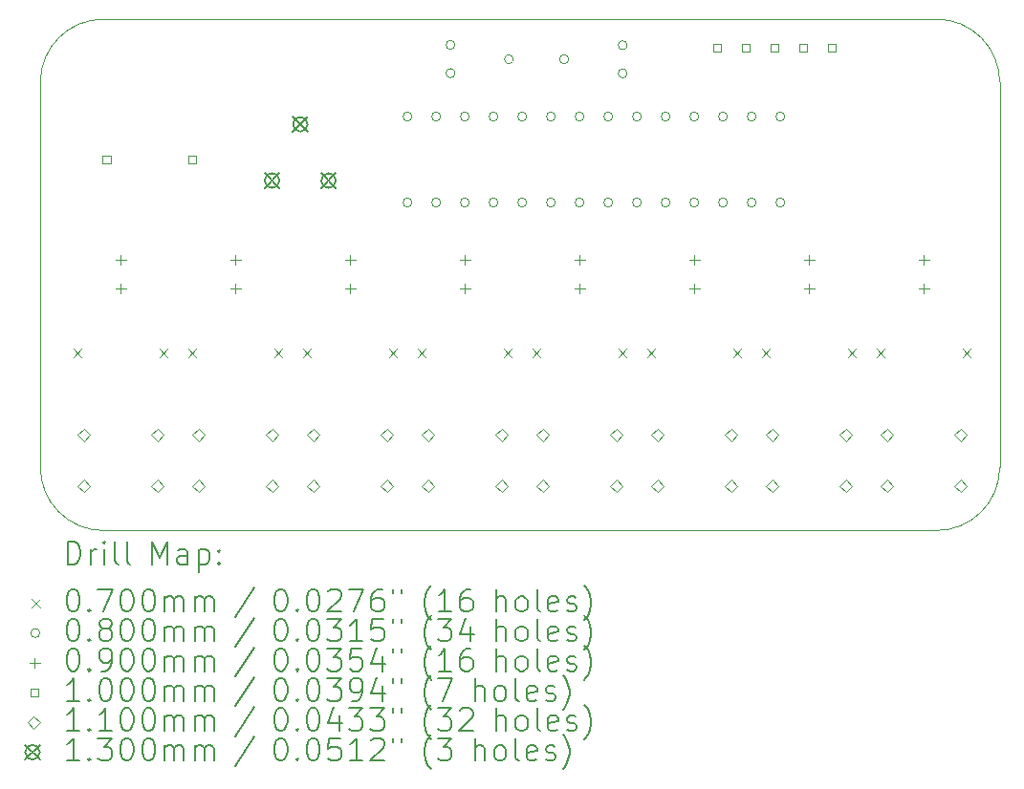
<source format=gbr>
%TF.GenerationSoftware,KiCad,Pcbnew,(7.0.0)*%
%TF.CreationDate,2023-03-25T20:45:54-04:00*%
%TF.ProjectId,eight_key_piano_standalone_V1,65696768-745f-46b6-9579-5f7069616e6f,rev?*%
%TF.SameCoordinates,Original*%
%TF.FileFunction,Drillmap*%
%TF.FilePolarity,Positive*%
%FSLAX45Y45*%
G04 Gerber Fmt 4.5, Leading zero omitted, Abs format (unit mm)*
G04 Created by KiCad (PCBNEW (7.0.0)) date 2023-03-25 20:45:54*
%MOMM*%
%LPD*%
G01*
G04 APERTURE LIST*
%ADD10C,0.100000*%
%ADD11C,0.200000*%
%ADD12C,0.070000*%
%ADD13C,0.080000*%
%ADD14C,0.090000*%
%ADD15C,0.110000*%
%ADD16C,0.130000*%
G04 APERTURE END LIST*
D10*
X10706101Y-11784169D02*
G75*
G03*
X11264900Y-12342969I558799J-1D01*
G01*
X18642169Y-12342969D02*
G75*
G03*
X19200969Y-11784169I1J558799D01*
G01*
X10706100Y-11784169D02*
X10706100Y-8369300D01*
X19200969Y-8369300D02*
X19200969Y-11784169D01*
X11264900Y-7810500D02*
G75*
G03*
X10706100Y-8369300I0J-558800D01*
G01*
X18642169Y-7810500D02*
X11264900Y-7810500D01*
X11264900Y-12342969D02*
X18642169Y-12342969D01*
X19200970Y-8369300D02*
G75*
G03*
X18642169Y-7810500I-558800J0D01*
G01*
D11*
D12*
X11001300Y-10734600D02*
X11071300Y-10804600D01*
X11071300Y-10734600D02*
X11001300Y-10804600D01*
X11763300Y-10734600D02*
X11833300Y-10804600D01*
X11833300Y-10734600D02*
X11763300Y-10804600D01*
X12017300Y-10734600D02*
X12087300Y-10804600D01*
X12087300Y-10734600D02*
X12017300Y-10804600D01*
X12779300Y-10734600D02*
X12849300Y-10804600D01*
X12849300Y-10734600D02*
X12779300Y-10804600D01*
X13033300Y-10734600D02*
X13103300Y-10804600D01*
X13103300Y-10734600D02*
X13033300Y-10804600D01*
X13795300Y-10734600D02*
X13865300Y-10804600D01*
X13865300Y-10734600D02*
X13795300Y-10804600D01*
X14049300Y-10734600D02*
X14119300Y-10804600D01*
X14119300Y-10734600D02*
X14049300Y-10804600D01*
X14811300Y-10734600D02*
X14881300Y-10804600D01*
X14881300Y-10734600D02*
X14811300Y-10804600D01*
X15065300Y-10734600D02*
X15135300Y-10804600D01*
X15135300Y-10734600D02*
X15065300Y-10804600D01*
X15827300Y-10734600D02*
X15897300Y-10804600D01*
X15897300Y-10734600D02*
X15827300Y-10804600D01*
X16081300Y-10734600D02*
X16151300Y-10804600D01*
X16151300Y-10734600D02*
X16081300Y-10804600D01*
X16843300Y-10734600D02*
X16913300Y-10804600D01*
X16913300Y-10734600D02*
X16843300Y-10804600D01*
X17097300Y-10734600D02*
X17167300Y-10804600D01*
X17167300Y-10734600D02*
X17097300Y-10804600D01*
X17859300Y-10734600D02*
X17929300Y-10804600D01*
X17929300Y-10734600D02*
X17859300Y-10804600D01*
X18113300Y-10734600D02*
X18183300Y-10804600D01*
X18183300Y-10734600D02*
X18113300Y-10804600D01*
X18875300Y-10734600D02*
X18945300Y-10804600D01*
X18945300Y-10734600D02*
X18875300Y-10804600D01*
D13*
X13997300Y-8674100D02*
G75*
G03*
X13997300Y-8674100I-40000J0D01*
G01*
X13997300Y-9436100D02*
G75*
G03*
X13997300Y-9436100I-40000J0D01*
G01*
X14251300Y-8674100D02*
G75*
G03*
X14251300Y-8674100I-40000J0D01*
G01*
X14251300Y-9436100D02*
G75*
G03*
X14251300Y-9436100I-40000J0D01*
G01*
X14378300Y-8039100D02*
G75*
G03*
X14378300Y-8039100I-40000J0D01*
G01*
X14378300Y-8289100D02*
G75*
G03*
X14378300Y-8289100I-40000J0D01*
G01*
X14505300Y-8674100D02*
G75*
G03*
X14505300Y-8674100I-40000J0D01*
G01*
X14505300Y-9436100D02*
G75*
G03*
X14505300Y-9436100I-40000J0D01*
G01*
X14759300Y-8674100D02*
G75*
G03*
X14759300Y-8674100I-40000J0D01*
G01*
X14759300Y-9436100D02*
G75*
G03*
X14759300Y-9436100I-40000J0D01*
G01*
X14895300Y-8166100D02*
G75*
G03*
X14895300Y-8166100I-40000J0D01*
G01*
X15013300Y-8674100D02*
G75*
G03*
X15013300Y-8674100I-40000J0D01*
G01*
X15013300Y-9436100D02*
G75*
G03*
X15013300Y-9436100I-40000J0D01*
G01*
X15267300Y-8674100D02*
G75*
G03*
X15267300Y-8674100I-40000J0D01*
G01*
X15267300Y-9436100D02*
G75*
G03*
X15267300Y-9436100I-40000J0D01*
G01*
X15383300Y-8166100D02*
G75*
G03*
X15383300Y-8166100I-40000J0D01*
G01*
X15521300Y-8674100D02*
G75*
G03*
X15521300Y-8674100I-40000J0D01*
G01*
X15521300Y-9436100D02*
G75*
G03*
X15521300Y-9436100I-40000J0D01*
G01*
X15775300Y-8674100D02*
G75*
G03*
X15775300Y-8674100I-40000J0D01*
G01*
X15775300Y-9436100D02*
G75*
G03*
X15775300Y-9436100I-40000J0D01*
G01*
X15902300Y-8041100D02*
G75*
G03*
X15902300Y-8041100I-40000J0D01*
G01*
X15902300Y-8291100D02*
G75*
G03*
X15902300Y-8291100I-40000J0D01*
G01*
X16029300Y-8674100D02*
G75*
G03*
X16029300Y-8674100I-40000J0D01*
G01*
X16029300Y-9436100D02*
G75*
G03*
X16029300Y-9436100I-40000J0D01*
G01*
X16283300Y-8674100D02*
G75*
G03*
X16283300Y-8674100I-40000J0D01*
G01*
X16283300Y-9436100D02*
G75*
G03*
X16283300Y-9436100I-40000J0D01*
G01*
X16537300Y-8674100D02*
G75*
G03*
X16537300Y-8674100I-40000J0D01*
G01*
X16537300Y-9436100D02*
G75*
G03*
X16537300Y-9436100I-40000J0D01*
G01*
X16791300Y-8674100D02*
G75*
G03*
X16791300Y-8674100I-40000J0D01*
G01*
X16791300Y-9436100D02*
G75*
G03*
X16791300Y-9436100I-40000J0D01*
G01*
X17045300Y-8674100D02*
G75*
G03*
X17045300Y-8674100I-40000J0D01*
G01*
X17045300Y-9436100D02*
G75*
G03*
X17045300Y-9436100I-40000J0D01*
G01*
X17299300Y-8674100D02*
G75*
G03*
X17299300Y-8674100I-40000J0D01*
G01*
X17299300Y-9436100D02*
G75*
G03*
X17299300Y-9436100I-40000J0D01*
G01*
D14*
X11417300Y-9899100D02*
X11417300Y-9989100D01*
X11372300Y-9944100D02*
X11462300Y-9944100D01*
X11417300Y-10153100D02*
X11417300Y-10243100D01*
X11372300Y-10198100D02*
X11462300Y-10198100D01*
X12433300Y-9899100D02*
X12433300Y-9989100D01*
X12388300Y-9944100D02*
X12478300Y-9944100D01*
X12433300Y-10153100D02*
X12433300Y-10243100D01*
X12388300Y-10198100D02*
X12478300Y-10198100D01*
X13449300Y-9899100D02*
X13449300Y-9989100D01*
X13404300Y-9944100D02*
X13494300Y-9944100D01*
X13449300Y-10153100D02*
X13449300Y-10243100D01*
X13404300Y-10198100D02*
X13494300Y-10198100D01*
X14465300Y-9899100D02*
X14465300Y-9989100D01*
X14420300Y-9944100D02*
X14510300Y-9944100D01*
X14465300Y-10153100D02*
X14465300Y-10243100D01*
X14420300Y-10198100D02*
X14510300Y-10198100D01*
X15481300Y-9899100D02*
X15481300Y-9989100D01*
X15436300Y-9944100D02*
X15526300Y-9944100D01*
X15481300Y-10153100D02*
X15481300Y-10243100D01*
X15436300Y-10198100D02*
X15526300Y-10198100D01*
X16497300Y-9899100D02*
X16497300Y-9989100D01*
X16452300Y-9944100D02*
X16542300Y-9944100D01*
X16497300Y-10153100D02*
X16497300Y-10243100D01*
X16452300Y-10198100D02*
X16542300Y-10198100D01*
X17513300Y-9899100D02*
X17513300Y-9989100D01*
X17468300Y-9944100D02*
X17558300Y-9944100D01*
X17513300Y-10153100D02*
X17513300Y-10243100D01*
X17468300Y-10198100D02*
X17558300Y-10198100D01*
X18529300Y-9899100D02*
X18529300Y-9989100D01*
X18484300Y-9944100D02*
X18574300Y-9944100D01*
X18529300Y-10153100D02*
X18529300Y-10243100D01*
X18484300Y-10198100D02*
X18574300Y-10198100D01*
D10*
X11326656Y-9090456D02*
X11326656Y-9019744D01*
X11255944Y-9019744D01*
X11255944Y-9090456D01*
X11326656Y-9090456D01*
X12086656Y-9090456D02*
X12086656Y-9019744D01*
X12015944Y-9019744D01*
X12015944Y-9090456D01*
X12086656Y-9090456D01*
X16736356Y-8099856D02*
X16736356Y-8029144D01*
X16665644Y-8029144D01*
X16665644Y-8099856D01*
X16736356Y-8099856D01*
X16990356Y-8099856D02*
X16990356Y-8029144D01*
X16919644Y-8029144D01*
X16919644Y-8099856D01*
X16990356Y-8099856D01*
X17244356Y-8099856D02*
X17244356Y-8029144D01*
X17173644Y-8029144D01*
X17173644Y-8099856D01*
X17244356Y-8099856D01*
X17498356Y-8099856D02*
X17498356Y-8029144D01*
X17427644Y-8029144D01*
X17427644Y-8099856D01*
X17498356Y-8099856D01*
X17752356Y-8099856D02*
X17752356Y-8029144D01*
X17681644Y-8029144D01*
X17681644Y-8099856D01*
X17752356Y-8099856D01*
D15*
X11092300Y-11552100D02*
X11147300Y-11497100D01*
X11092300Y-11442100D01*
X11037300Y-11497100D01*
X11092300Y-11552100D01*
X11092300Y-12002100D02*
X11147300Y-11947100D01*
X11092300Y-11892100D01*
X11037300Y-11947100D01*
X11092300Y-12002100D01*
X11742300Y-11552100D02*
X11797300Y-11497100D01*
X11742300Y-11442100D01*
X11687300Y-11497100D01*
X11742300Y-11552100D01*
X11742300Y-12002100D02*
X11797300Y-11947100D01*
X11742300Y-11892100D01*
X11687300Y-11947100D01*
X11742300Y-12002100D01*
X12108300Y-11552100D02*
X12163300Y-11497100D01*
X12108300Y-11442100D01*
X12053300Y-11497100D01*
X12108300Y-11552100D01*
X12108300Y-12002100D02*
X12163300Y-11947100D01*
X12108300Y-11892100D01*
X12053300Y-11947100D01*
X12108300Y-12002100D01*
X12758300Y-11552100D02*
X12813300Y-11497100D01*
X12758300Y-11442100D01*
X12703300Y-11497100D01*
X12758300Y-11552100D01*
X12758300Y-12002100D02*
X12813300Y-11947100D01*
X12758300Y-11892100D01*
X12703300Y-11947100D01*
X12758300Y-12002100D01*
X13124300Y-11552100D02*
X13179300Y-11497100D01*
X13124300Y-11442100D01*
X13069300Y-11497100D01*
X13124300Y-11552100D01*
X13124300Y-12002100D02*
X13179300Y-11947100D01*
X13124300Y-11892100D01*
X13069300Y-11947100D01*
X13124300Y-12002100D01*
X13774300Y-11552100D02*
X13829300Y-11497100D01*
X13774300Y-11442100D01*
X13719300Y-11497100D01*
X13774300Y-11552100D01*
X13774300Y-12002100D02*
X13829300Y-11947100D01*
X13774300Y-11892100D01*
X13719300Y-11947100D01*
X13774300Y-12002100D01*
X14140300Y-11552100D02*
X14195300Y-11497100D01*
X14140300Y-11442100D01*
X14085300Y-11497100D01*
X14140300Y-11552100D01*
X14140300Y-12002100D02*
X14195300Y-11947100D01*
X14140300Y-11892100D01*
X14085300Y-11947100D01*
X14140300Y-12002100D01*
X14790300Y-11552100D02*
X14845300Y-11497100D01*
X14790300Y-11442100D01*
X14735300Y-11497100D01*
X14790300Y-11552100D01*
X14790300Y-12002100D02*
X14845300Y-11947100D01*
X14790300Y-11892100D01*
X14735300Y-11947100D01*
X14790300Y-12002100D01*
X15156300Y-11552100D02*
X15211300Y-11497100D01*
X15156300Y-11442100D01*
X15101300Y-11497100D01*
X15156300Y-11552100D01*
X15156300Y-12002100D02*
X15211300Y-11947100D01*
X15156300Y-11892100D01*
X15101300Y-11947100D01*
X15156300Y-12002100D01*
X15806300Y-11552100D02*
X15861300Y-11497100D01*
X15806300Y-11442100D01*
X15751300Y-11497100D01*
X15806300Y-11552100D01*
X15806300Y-12002100D02*
X15861300Y-11947100D01*
X15806300Y-11892100D01*
X15751300Y-11947100D01*
X15806300Y-12002100D01*
X16172300Y-11552100D02*
X16227300Y-11497100D01*
X16172300Y-11442100D01*
X16117300Y-11497100D01*
X16172300Y-11552100D01*
X16172300Y-12002100D02*
X16227300Y-11947100D01*
X16172300Y-11892100D01*
X16117300Y-11947100D01*
X16172300Y-12002100D01*
X16822300Y-11552100D02*
X16877300Y-11497100D01*
X16822300Y-11442100D01*
X16767300Y-11497100D01*
X16822300Y-11552100D01*
X16822300Y-12002100D02*
X16877300Y-11947100D01*
X16822300Y-11892100D01*
X16767300Y-11947100D01*
X16822300Y-12002100D01*
X17188300Y-11552100D02*
X17243300Y-11497100D01*
X17188300Y-11442100D01*
X17133300Y-11497100D01*
X17188300Y-11552100D01*
X17188300Y-12002100D02*
X17243300Y-11947100D01*
X17188300Y-11892100D01*
X17133300Y-11947100D01*
X17188300Y-12002100D01*
X17838300Y-11552100D02*
X17893300Y-11497100D01*
X17838300Y-11442100D01*
X17783300Y-11497100D01*
X17838300Y-11552100D01*
X17838300Y-12002100D02*
X17893300Y-11947100D01*
X17838300Y-11892100D01*
X17783300Y-11947100D01*
X17838300Y-12002100D01*
X18204300Y-11552100D02*
X18259300Y-11497100D01*
X18204300Y-11442100D01*
X18149300Y-11497100D01*
X18204300Y-11552100D01*
X18204300Y-12002100D02*
X18259300Y-11947100D01*
X18204300Y-11892100D01*
X18149300Y-11947100D01*
X18204300Y-12002100D01*
X18854300Y-11552100D02*
X18909300Y-11497100D01*
X18854300Y-11442100D01*
X18799300Y-11497100D01*
X18854300Y-11552100D01*
X18854300Y-12002100D02*
X18909300Y-11947100D01*
X18854300Y-11892100D01*
X18799300Y-11947100D01*
X18854300Y-12002100D01*
D16*
X12692300Y-9176600D02*
X12822300Y-9306600D01*
X12822300Y-9176600D02*
X12692300Y-9306600D01*
X12822300Y-9241600D02*
G75*
G03*
X12822300Y-9241600I-65000J0D01*
G01*
X12942300Y-8676600D02*
X13072300Y-8806600D01*
X13072300Y-8676600D02*
X12942300Y-8806600D01*
X13072300Y-8741600D02*
G75*
G03*
X13072300Y-8741600I-65000J0D01*
G01*
X13192300Y-9176600D02*
X13322300Y-9306600D01*
X13322300Y-9176600D02*
X13192300Y-9306600D01*
X13322300Y-9241600D02*
G75*
G03*
X13322300Y-9241600I-65000J0D01*
G01*
D11*
X10948719Y-12641445D02*
X10948719Y-12441445D01*
X10948719Y-12441445D02*
X10996338Y-12441445D01*
X10996338Y-12441445D02*
X11024910Y-12450969D01*
X11024910Y-12450969D02*
X11043957Y-12470016D01*
X11043957Y-12470016D02*
X11053481Y-12489064D01*
X11053481Y-12489064D02*
X11063005Y-12527159D01*
X11063005Y-12527159D02*
X11063005Y-12555731D01*
X11063005Y-12555731D02*
X11053481Y-12593826D01*
X11053481Y-12593826D02*
X11043957Y-12612873D01*
X11043957Y-12612873D02*
X11024910Y-12631921D01*
X11024910Y-12631921D02*
X10996338Y-12641445D01*
X10996338Y-12641445D02*
X10948719Y-12641445D01*
X11148719Y-12641445D02*
X11148719Y-12508111D01*
X11148719Y-12546207D02*
X11158243Y-12527159D01*
X11158243Y-12527159D02*
X11167767Y-12517635D01*
X11167767Y-12517635D02*
X11186814Y-12508111D01*
X11186814Y-12508111D02*
X11205862Y-12508111D01*
X11272528Y-12641445D02*
X11272528Y-12508111D01*
X11272528Y-12441445D02*
X11263005Y-12450969D01*
X11263005Y-12450969D02*
X11272528Y-12460492D01*
X11272528Y-12460492D02*
X11282052Y-12450969D01*
X11282052Y-12450969D02*
X11272528Y-12441445D01*
X11272528Y-12441445D02*
X11272528Y-12460492D01*
X11396338Y-12641445D02*
X11377290Y-12631921D01*
X11377290Y-12631921D02*
X11367767Y-12612873D01*
X11367767Y-12612873D02*
X11367767Y-12441445D01*
X11501100Y-12641445D02*
X11482052Y-12631921D01*
X11482052Y-12631921D02*
X11472528Y-12612873D01*
X11472528Y-12612873D02*
X11472528Y-12441445D01*
X11697290Y-12641445D02*
X11697290Y-12441445D01*
X11697290Y-12441445D02*
X11763957Y-12584302D01*
X11763957Y-12584302D02*
X11830624Y-12441445D01*
X11830624Y-12441445D02*
X11830624Y-12641445D01*
X12011576Y-12641445D02*
X12011576Y-12536683D01*
X12011576Y-12536683D02*
X12002052Y-12517635D01*
X12002052Y-12517635D02*
X11983005Y-12508111D01*
X11983005Y-12508111D02*
X11944909Y-12508111D01*
X11944909Y-12508111D02*
X11925862Y-12517635D01*
X12011576Y-12631921D02*
X11992528Y-12641445D01*
X11992528Y-12641445D02*
X11944909Y-12641445D01*
X11944909Y-12641445D02*
X11925862Y-12631921D01*
X11925862Y-12631921D02*
X11916338Y-12612873D01*
X11916338Y-12612873D02*
X11916338Y-12593826D01*
X11916338Y-12593826D02*
X11925862Y-12574778D01*
X11925862Y-12574778D02*
X11944909Y-12565254D01*
X11944909Y-12565254D02*
X11992528Y-12565254D01*
X11992528Y-12565254D02*
X12011576Y-12555731D01*
X12106814Y-12508111D02*
X12106814Y-12708111D01*
X12106814Y-12517635D02*
X12125862Y-12508111D01*
X12125862Y-12508111D02*
X12163957Y-12508111D01*
X12163957Y-12508111D02*
X12183005Y-12517635D01*
X12183005Y-12517635D02*
X12192528Y-12527159D01*
X12192528Y-12527159D02*
X12202052Y-12546207D01*
X12202052Y-12546207D02*
X12202052Y-12603350D01*
X12202052Y-12603350D02*
X12192528Y-12622397D01*
X12192528Y-12622397D02*
X12183005Y-12631921D01*
X12183005Y-12631921D02*
X12163957Y-12641445D01*
X12163957Y-12641445D02*
X12125862Y-12641445D01*
X12125862Y-12641445D02*
X12106814Y-12631921D01*
X12287767Y-12622397D02*
X12297290Y-12631921D01*
X12297290Y-12631921D02*
X12287767Y-12641445D01*
X12287767Y-12641445D02*
X12278243Y-12631921D01*
X12278243Y-12631921D02*
X12287767Y-12622397D01*
X12287767Y-12622397D02*
X12287767Y-12641445D01*
X12287767Y-12517635D02*
X12297290Y-12527159D01*
X12297290Y-12527159D02*
X12287767Y-12536683D01*
X12287767Y-12536683D02*
X12278243Y-12527159D01*
X12278243Y-12527159D02*
X12287767Y-12517635D01*
X12287767Y-12517635D02*
X12287767Y-12536683D01*
D12*
X10631100Y-12952969D02*
X10701100Y-13022969D01*
X10701100Y-12952969D02*
X10631100Y-13022969D01*
D11*
X10986814Y-12861445D02*
X11005862Y-12861445D01*
X11005862Y-12861445D02*
X11024910Y-12870969D01*
X11024910Y-12870969D02*
X11034433Y-12880492D01*
X11034433Y-12880492D02*
X11043957Y-12899540D01*
X11043957Y-12899540D02*
X11053481Y-12937635D01*
X11053481Y-12937635D02*
X11053481Y-12985254D01*
X11053481Y-12985254D02*
X11043957Y-13023350D01*
X11043957Y-13023350D02*
X11034433Y-13042397D01*
X11034433Y-13042397D02*
X11024910Y-13051921D01*
X11024910Y-13051921D02*
X11005862Y-13061445D01*
X11005862Y-13061445D02*
X10986814Y-13061445D01*
X10986814Y-13061445D02*
X10967767Y-13051921D01*
X10967767Y-13051921D02*
X10958243Y-13042397D01*
X10958243Y-13042397D02*
X10948719Y-13023350D01*
X10948719Y-13023350D02*
X10939195Y-12985254D01*
X10939195Y-12985254D02*
X10939195Y-12937635D01*
X10939195Y-12937635D02*
X10948719Y-12899540D01*
X10948719Y-12899540D02*
X10958243Y-12880492D01*
X10958243Y-12880492D02*
X10967767Y-12870969D01*
X10967767Y-12870969D02*
X10986814Y-12861445D01*
X11139195Y-13042397D02*
X11148719Y-13051921D01*
X11148719Y-13051921D02*
X11139195Y-13061445D01*
X11139195Y-13061445D02*
X11129671Y-13051921D01*
X11129671Y-13051921D02*
X11139195Y-13042397D01*
X11139195Y-13042397D02*
X11139195Y-13061445D01*
X11215386Y-12861445D02*
X11348719Y-12861445D01*
X11348719Y-12861445D02*
X11263005Y-13061445D01*
X11463005Y-12861445D02*
X11482052Y-12861445D01*
X11482052Y-12861445D02*
X11501100Y-12870969D01*
X11501100Y-12870969D02*
X11510624Y-12880492D01*
X11510624Y-12880492D02*
X11520148Y-12899540D01*
X11520148Y-12899540D02*
X11529671Y-12937635D01*
X11529671Y-12937635D02*
X11529671Y-12985254D01*
X11529671Y-12985254D02*
X11520148Y-13023350D01*
X11520148Y-13023350D02*
X11510624Y-13042397D01*
X11510624Y-13042397D02*
X11501100Y-13051921D01*
X11501100Y-13051921D02*
X11482052Y-13061445D01*
X11482052Y-13061445D02*
X11463005Y-13061445D01*
X11463005Y-13061445D02*
X11443957Y-13051921D01*
X11443957Y-13051921D02*
X11434433Y-13042397D01*
X11434433Y-13042397D02*
X11424909Y-13023350D01*
X11424909Y-13023350D02*
X11415386Y-12985254D01*
X11415386Y-12985254D02*
X11415386Y-12937635D01*
X11415386Y-12937635D02*
X11424909Y-12899540D01*
X11424909Y-12899540D02*
X11434433Y-12880492D01*
X11434433Y-12880492D02*
X11443957Y-12870969D01*
X11443957Y-12870969D02*
X11463005Y-12861445D01*
X11653481Y-12861445D02*
X11672529Y-12861445D01*
X11672529Y-12861445D02*
X11691576Y-12870969D01*
X11691576Y-12870969D02*
X11701100Y-12880492D01*
X11701100Y-12880492D02*
X11710624Y-12899540D01*
X11710624Y-12899540D02*
X11720148Y-12937635D01*
X11720148Y-12937635D02*
X11720148Y-12985254D01*
X11720148Y-12985254D02*
X11710624Y-13023350D01*
X11710624Y-13023350D02*
X11701100Y-13042397D01*
X11701100Y-13042397D02*
X11691576Y-13051921D01*
X11691576Y-13051921D02*
X11672529Y-13061445D01*
X11672529Y-13061445D02*
X11653481Y-13061445D01*
X11653481Y-13061445D02*
X11634433Y-13051921D01*
X11634433Y-13051921D02*
X11624909Y-13042397D01*
X11624909Y-13042397D02*
X11615386Y-13023350D01*
X11615386Y-13023350D02*
X11605862Y-12985254D01*
X11605862Y-12985254D02*
X11605862Y-12937635D01*
X11605862Y-12937635D02*
X11615386Y-12899540D01*
X11615386Y-12899540D02*
X11624909Y-12880492D01*
X11624909Y-12880492D02*
X11634433Y-12870969D01*
X11634433Y-12870969D02*
X11653481Y-12861445D01*
X11805862Y-13061445D02*
X11805862Y-12928111D01*
X11805862Y-12947159D02*
X11815386Y-12937635D01*
X11815386Y-12937635D02*
X11834433Y-12928111D01*
X11834433Y-12928111D02*
X11863005Y-12928111D01*
X11863005Y-12928111D02*
X11882052Y-12937635D01*
X11882052Y-12937635D02*
X11891576Y-12956683D01*
X11891576Y-12956683D02*
X11891576Y-13061445D01*
X11891576Y-12956683D02*
X11901100Y-12937635D01*
X11901100Y-12937635D02*
X11920148Y-12928111D01*
X11920148Y-12928111D02*
X11948719Y-12928111D01*
X11948719Y-12928111D02*
X11967767Y-12937635D01*
X11967767Y-12937635D02*
X11977290Y-12956683D01*
X11977290Y-12956683D02*
X11977290Y-13061445D01*
X12072529Y-13061445D02*
X12072529Y-12928111D01*
X12072529Y-12947159D02*
X12082052Y-12937635D01*
X12082052Y-12937635D02*
X12101100Y-12928111D01*
X12101100Y-12928111D02*
X12129671Y-12928111D01*
X12129671Y-12928111D02*
X12148719Y-12937635D01*
X12148719Y-12937635D02*
X12158243Y-12956683D01*
X12158243Y-12956683D02*
X12158243Y-13061445D01*
X12158243Y-12956683D02*
X12167767Y-12937635D01*
X12167767Y-12937635D02*
X12186814Y-12928111D01*
X12186814Y-12928111D02*
X12215386Y-12928111D01*
X12215386Y-12928111D02*
X12234433Y-12937635D01*
X12234433Y-12937635D02*
X12243957Y-12956683D01*
X12243957Y-12956683D02*
X12243957Y-13061445D01*
X12602052Y-12851921D02*
X12430624Y-13109064D01*
X12826814Y-12861445D02*
X12845862Y-12861445D01*
X12845862Y-12861445D02*
X12864910Y-12870969D01*
X12864910Y-12870969D02*
X12874433Y-12880492D01*
X12874433Y-12880492D02*
X12883957Y-12899540D01*
X12883957Y-12899540D02*
X12893481Y-12937635D01*
X12893481Y-12937635D02*
X12893481Y-12985254D01*
X12893481Y-12985254D02*
X12883957Y-13023350D01*
X12883957Y-13023350D02*
X12874433Y-13042397D01*
X12874433Y-13042397D02*
X12864910Y-13051921D01*
X12864910Y-13051921D02*
X12845862Y-13061445D01*
X12845862Y-13061445D02*
X12826814Y-13061445D01*
X12826814Y-13061445D02*
X12807767Y-13051921D01*
X12807767Y-13051921D02*
X12798243Y-13042397D01*
X12798243Y-13042397D02*
X12788719Y-13023350D01*
X12788719Y-13023350D02*
X12779195Y-12985254D01*
X12779195Y-12985254D02*
X12779195Y-12937635D01*
X12779195Y-12937635D02*
X12788719Y-12899540D01*
X12788719Y-12899540D02*
X12798243Y-12880492D01*
X12798243Y-12880492D02*
X12807767Y-12870969D01*
X12807767Y-12870969D02*
X12826814Y-12861445D01*
X12979195Y-13042397D02*
X12988719Y-13051921D01*
X12988719Y-13051921D02*
X12979195Y-13061445D01*
X12979195Y-13061445D02*
X12969671Y-13051921D01*
X12969671Y-13051921D02*
X12979195Y-13042397D01*
X12979195Y-13042397D02*
X12979195Y-13061445D01*
X13112529Y-12861445D02*
X13131576Y-12861445D01*
X13131576Y-12861445D02*
X13150624Y-12870969D01*
X13150624Y-12870969D02*
X13160148Y-12880492D01*
X13160148Y-12880492D02*
X13169671Y-12899540D01*
X13169671Y-12899540D02*
X13179195Y-12937635D01*
X13179195Y-12937635D02*
X13179195Y-12985254D01*
X13179195Y-12985254D02*
X13169671Y-13023350D01*
X13169671Y-13023350D02*
X13160148Y-13042397D01*
X13160148Y-13042397D02*
X13150624Y-13051921D01*
X13150624Y-13051921D02*
X13131576Y-13061445D01*
X13131576Y-13061445D02*
X13112529Y-13061445D01*
X13112529Y-13061445D02*
X13093481Y-13051921D01*
X13093481Y-13051921D02*
X13083957Y-13042397D01*
X13083957Y-13042397D02*
X13074433Y-13023350D01*
X13074433Y-13023350D02*
X13064910Y-12985254D01*
X13064910Y-12985254D02*
X13064910Y-12937635D01*
X13064910Y-12937635D02*
X13074433Y-12899540D01*
X13074433Y-12899540D02*
X13083957Y-12880492D01*
X13083957Y-12880492D02*
X13093481Y-12870969D01*
X13093481Y-12870969D02*
X13112529Y-12861445D01*
X13255386Y-12880492D02*
X13264910Y-12870969D01*
X13264910Y-12870969D02*
X13283957Y-12861445D01*
X13283957Y-12861445D02*
X13331576Y-12861445D01*
X13331576Y-12861445D02*
X13350624Y-12870969D01*
X13350624Y-12870969D02*
X13360148Y-12880492D01*
X13360148Y-12880492D02*
X13369671Y-12899540D01*
X13369671Y-12899540D02*
X13369671Y-12918588D01*
X13369671Y-12918588D02*
X13360148Y-12947159D01*
X13360148Y-12947159D02*
X13245862Y-13061445D01*
X13245862Y-13061445D02*
X13369671Y-13061445D01*
X13436338Y-12861445D02*
X13569671Y-12861445D01*
X13569671Y-12861445D02*
X13483957Y-13061445D01*
X13731576Y-12861445D02*
X13693481Y-12861445D01*
X13693481Y-12861445D02*
X13674433Y-12870969D01*
X13674433Y-12870969D02*
X13664910Y-12880492D01*
X13664910Y-12880492D02*
X13645862Y-12909064D01*
X13645862Y-12909064D02*
X13636338Y-12947159D01*
X13636338Y-12947159D02*
X13636338Y-13023350D01*
X13636338Y-13023350D02*
X13645862Y-13042397D01*
X13645862Y-13042397D02*
X13655386Y-13051921D01*
X13655386Y-13051921D02*
X13674433Y-13061445D01*
X13674433Y-13061445D02*
X13712529Y-13061445D01*
X13712529Y-13061445D02*
X13731576Y-13051921D01*
X13731576Y-13051921D02*
X13741100Y-13042397D01*
X13741100Y-13042397D02*
X13750624Y-13023350D01*
X13750624Y-13023350D02*
X13750624Y-12975731D01*
X13750624Y-12975731D02*
X13741100Y-12956683D01*
X13741100Y-12956683D02*
X13731576Y-12947159D01*
X13731576Y-12947159D02*
X13712529Y-12937635D01*
X13712529Y-12937635D02*
X13674433Y-12937635D01*
X13674433Y-12937635D02*
X13655386Y-12947159D01*
X13655386Y-12947159D02*
X13645862Y-12956683D01*
X13645862Y-12956683D02*
X13636338Y-12975731D01*
X13826814Y-12861445D02*
X13826814Y-12899540D01*
X13903005Y-12861445D02*
X13903005Y-12899540D01*
X14165862Y-13137635D02*
X14156338Y-13128111D01*
X14156338Y-13128111D02*
X14137291Y-13099540D01*
X14137291Y-13099540D02*
X14127767Y-13080492D01*
X14127767Y-13080492D02*
X14118243Y-13051921D01*
X14118243Y-13051921D02*
X14108719Y-13004302D01*
X14108719Y-13004302D02*
X14108719Y-12966207D01*
X14108719Y-12966207D02*
X14118243Y-12918588D01*
X14118243Y-12918588D02*
X14127767Y-12890016D01*
X14127767Y-12890016D02*
X14137291Y-12870969D01*
X14137291Y-12870969D02*
X14156338Y-12842397D01*
X14156338Y-12842397D02*
X14165862Y-12832873D01*
X14346814Y-13061445D02*
X14232529Y-13061445D01*
X14289671Y-13061445D02*
X14289671Y-12861445D01*
X14289671Y-12861445D02*
X14270624Y-12890016D01*
X14270624Y-12890016D02*
X14251576Y-12909064D01*
X14251576Y-12909064D02*
X14232529Y-12918588D01*
X14518243Y-12861445D02*
X14480148Y-12861445D01*
X14480148Y-12861445D02*
X14461100Y-12870969D01*
X14461100Y-12870969D02*
X14451576Y-12880492D01*
X14451576Y-12880492D02*
X14432529Y-12909064D01*
X14432529Y-12909064D02*
X14423005Y-12947159D01*
X14423005Y-12947159D02*
X14423005Y-13023350D01*
X14423005Y-13023350D02*
X14432529Y-13042397D01*
X14432529Y-13042397D02*
X14442052Y-13051921D01*
X14442052Y-13051921D02*
X14461100Y-13061445D01*
X14461100Y-13061445D02*
X14499195Y-13061445D01*
X14499195Y-13061445D02*
X14518243Y-13051921D01*
X14518243Y-13051921D02*
X14527767Y-13042397D01*
X14527767Y-13042397D02*
X14537291Y-13023350D01*
X14537291Y-13023350D02*
X14537291Y-12975731D01*
X14537291Y-12975731D02*
X14527767Y-12956683D01*
X14527767Y-12956683D02*
X14518243Y-12947159D01*
X14518243Y-12947159D02*
X14499195Y-12937635D01*
X14499195Y-12937635D02*
X14461100Y-12937635D01*
X14461100Y-12937635D02*
X14442052Y-12947159D01*
X14442052Y-12947159D02*
X14432529Y-12956683D01*
X14432529Y-12956683D02*
X14423005Y-12975731D01*
X14743005Y-13061445D02*
X14743005Y-12861445D01*
X14828719Y-13061445D02*
X14828719Y-12956683D01*
X14828719Y-12956683D02*
X14819195Y-12937635D01*
X14819195Y-12937635D02*
X14800148Y-12928111D01*
X14800148Y-12928111D02*
X14771576Y-12928111D01*
X14771576Y-12928111D02*
X14752529Y-12937635D01*
X14752529Y-12937635D02*
X14743005Y-12947159D01*
X14952529Y-13061445D02*
X14933481Y-13051921D01*
X14933481Y-13051921D02*
X14923957Y-13042397D01*
X14923957Y-13042397D02*
X14914433Y-13023350D01*
X14914433Y-13023350D02*
X14914433Y-12966207D01*
X14914433Y-12966207D02*
X14923957Y-12947159D01*
X14923957Y-12947159D02*
X14933481Y-12937635D01*
X14933481Y-12937635D02*
X14952529Y-12928111D01*
X14952529Y-12928111D02*
X14981100Y-12928111D01*
X14981100Y-12928111D02*
X15000148Y-12937635D01*
X15000148Y-12937635D02*
X15009672Y-12947159D01*
X15009672Y-12947159D02*
X15019195Y-12966207D01*
X15019195Y-12966207D02*
X15019195Y-13023350D01*
X15019195Y-13023350D02*
X15009672Y-13042397D01*
X15009672Y-13042397D02*
X15000148Y-13051921D01*
X15000148Y-13051921D02*
X14981100Y-13061445D01*
X14981100Y-13061445D02*
X14952529Y-13061445D01*
X15133481Y-13061445D02*
X15114433Y-13051921D01*
X15114433Y-13051921D02*
X15104910Y-13032873D01*
X15104910Y-13032873D02*
X15104910Y-12861445D01*
X15285862Y-13051921D02*
X15266814Y-13061445D01*
X15266814Y-13061445D02*
X15228719Y-13061445D01*
X15228719Y-13061445D02*
X15209672Y-13051921D01*
X15209672Y-13051921D02*
X15200148Y-13032873D01*
X15200148Y-13032873D02*
X15200148Y-12956683D01*
X15200148Y-12956683D02*
X15209672Y-12937635D01*
X15209672Y-12937635D02*
X15228719Y-12928111D01*
X15228719Y-12928111D02*
X15266814Y-12928111D01*
X15266814Y-12928111D02*
X15285862Y-12937635D01*
X15285862Y-12937635D02*
X15295386Y-12956683D01*
X15295386Y-12956683D02*
X15295386Y-12975731D01*
X15295386Y-12975731D02*
X15200148Y-12994778D01*
X15371576Y-13051921D02*
X15390624Y-13061445D01*
X15390624Y-13061445D02*
X15428719Y-13061445D01*
X15428719Y-13061445D02*
X15447767Y-13051921D01*
X15447767Y-13051921D02*
X15457291Y-13032873D01*
X15457291Y-13032873D02*
X15457291Y-13023350D01*
X15457291Y-13023350D02*
X15447767Y-13004302D01*
X15447767Y-13004302D02*
X15428719Y-12994778D01*
X15428719Y-12994778D02*
X15400148Y-12994778D01*
X15400148Y-12994778D02*
X15381100Y-12985254D01*
X15381100Y-12985254D02*
X15371576Y-12966207D01*
X15371576Y-12966207D02*
X15371576Y-12956683D01*
X15371576Y-12956683D02*
X15381100Y-12937635D01*
X15381100Y-12937635D02*
X15400148Y-12928111D01*
X15400148Y-12928111D02*
X15428719Y-12928111D01*
X15428719Y-12928111D02*
X15447767Y-12937635D01*
X15523957Y-13137635D02*
X15533481Y-13128111D01*
X15533481Y-13128111D02*
X15552529Y-13099540D01*
X15552529Y-13099540D02*
X15562053Y-13080492D01*
X15562053Y-13080492D02*
X15571576Y-13051921D01*
X15571576Y-13051921D02*
X15581100Y-13004302D01*
X15581100Y-13004302D02*
X15581100Y-12966207D01*
X15581100Y-12966207D02*
X15571576Y-12918588D01*
X15571576Y-12918588D02*
X15562053Y-12890016D01*
X15562053Y-12890016D02*
X15552529Y-12870969D01*
X15552529Y-12870969D02*
X15533481Y-12842397D01*
X15533481Y-12842397D02*
X15523957Y-12832873D01*
D13*
X10701100Y-13251969D02*
G75*
G03*
X10701100Y-13251969I-40000J0D01*
G01*
D11*
X10986814Y-13125445D02*
X11005862Y-13125445D01*
X11005862Y-13125445D02*
X11024910Y-13134969D01*
X11024910Y-13134969D02*
X11034433Y-13144492D01*
X11034433Y-13144492D02*
X11043957Y-13163540D01*
X11043957Y-13163540D02*
X11053481Y-13201635D01*
X11053481Y-13201635D02*
X11053481Y-13249254D01*
X11053481Y-13249254D02*
X11043957Y-13287350D01*
X11043957Y-13287350D02*
X11034433Y-13306397D01*
X11034433Y-13306397D02*
X11024910Y-13315921D01*
X11024910Y-13315921D02*
X11005862Y-13325445D01*
X11005862Y-13325445D02*
X10986814Y-13325445D01*
X10986814Y-13325445D02*
X10967767Y-13315921D01*
X10967767Y-13315921D02*
X10958243Y-13306397D01*
X10958243Y-13306397D02*
X10948719Y-13287350D01*
X10948719Y-13287350D02*
X10939195Y-13249254D01*
X10939195Y-13249254D02*
X10939195Y-13201635D01*
X10939195Y-13201635D02*
X10948719Y-13163540D01*
X10948719Y-13163540D02*
X10958243Y-13144492D01*
X10958243Y-13144492D02*
X10967767Y-13134969D01*
X10967767Y-13134969D02*
X10986814Y-13125445D01*
X11139195Y-13306397D02*
X11148719Y-13315921D01*
X11148719Y-13315921D02*
X11139195Y-13325445D01*
X11139195Y-13325445D02*
X11129671Y-13315921D01*
X11129671Y-13315921D02*
X11139195Y-13306397D01*
X11139195Y-13306397D02*
X11139195Y-13325445D01*
X11263005Y-13211159D02*
X11243957Y-13201635D01*
X11243957Y-13201635D02*
X11234433Y-13192111D01*
X11234433Y-13192111D02*
X11224909Y-13173064D01*
X11224909Y-13173064D02*
X11224909Y-13163540D01*
X11224909Y-13163540D02*
X11234433Y-13144492D01*
X11234433Y-13144492D02*
X11243957Y-13134969D01*
X11243957Y-13134969D02*
X11263005Y-13125445D01*
X11263005Y-13125445D02*
X11301100Y-13125445D01*
X11301100Y-13125445D02*
X11320148Y-13134969D01*
X11320148Y-13134969D02*
X11329671Y-13144492D01*
X11329671Y-13144492D02*
X11339195Y-13163540D01*
X11339195Y-13163540D02*
X11339195Y-13173064D01*
X11339195Y-13173064D02*
X11329671Y-13192111D01*
X11329671Y-13192111D02*
X11320148Y-13201635D01*
X11320148Y-13201635D02*
X11301100Y-13211159D01*
X11301100Y-13211159D02*
X11263005Y-13211159D01*
X11263005Y-13211159D02*
X11243957Y-13220683D01*
X11243957Y-13220683D02*
X11234433Y-13230207D01*
X11234433Y-13230207D02*
X11224909Y-13249254D01*
X11224909Y-13249254D02*
X11224909Y-13287350D01*
X11224909Y-13287350D02*
X11234433Y-13306397D01*
X11234433Y-13306397D02*
X11243957Y-13315921D01*
X11243957Y-13315921D02*
X11263005Y-13325445D01*
X11263005Y-13325445D02*
X11301100Y-13325445D01*
X11301100Y-13325445D02*
X11320148Y-13315921D01*
X11320148Y-13315921D02*
X11329671Y-13306397D01*
X11329671Y-13306397D02*
X11339195Y-13287350D01*
X11339195Y-13287350D02*
X11339195Y-13249254D01*
X11339195Y-13249254D02*
X11329671Y-13230207D01*
X11329671Y-13230207D02*
X11320148Y-13220683D01*
X11320148Y-13220683D02*
X11301100Y-13211159D01*
X11463005Y-13125445D02*
X11482052Y-13125445D01*
X11482052Y-13125445D02*
X11501100Y-13134969D01*
X11501100Y-13134969D02*
X11510624Y-13144492D01*
X11510624Y-13144492D02*
X11520148Y-13163540D01*
X11520148Y-13163540D02*
X11529671Y-13201635D01*
X11529671Y-13201635D02*
X11529671Y-13249254D01*
X11529671Y-13249254D02*
X11520148Y-13287350D01*
X11520148Y-13287350D02*
X11510624Y-13306397D01*
X11510624Y-13306397D02*
X11501100Y-13315921D01*
X11501100Y-13315921D02*
X11482052Y-13325445D01*
X11482052Y-13325445D02*
X11463005Y-13325445D01*
X11463005Y-13325445D02*
X11443957Y-13315921D01*
X11443957Y-13315921D02*
X11434433Y-13306397D01*
X11434433Y-13306397D02*
X11424909Y-13287350D01*
X11424909Y-13287350D02*
X11415386Y-13249254D01*
X11415386Y-13249254D02*
X11415386Y-13201635D01*
X11415386Y-13201635D02*
X11424909Y-13163540D01*
X11424909Y-13163540D02*
X11434433Y-13144492D01*
X11434433Y-13144492D02*
X11443957Y-13134969D01*
X11443957Y-13134969D02*
X11463005Y-13125445D01*
X11653481Y-13125445D02*
X11672529Y-13125445D01*
X11672529Y-13125445D02*
X11691576Y-13134969D01*
X11691576Y-13134969D02*
X11701100Y-13144492D01*
X11701100Y-13144492D02*
X11710624Y-13163540D01*
X11710624Y-13163540D02*
X11720148Y-13201635D01*
X11720148Y-13201635D02*
X11720148Y-13249254D01*
X11720148Y-13249254D02*
X11710624Y-13287350D01*
X11710624Y-13287350D02*
X11701100Y-13306397D01*
X11701100Y-13306397D02*
X11691576Y-13315921D01*
X11691576Y-13315921D02*
X11672529Y-13325445D01*
X11672529Y-13325445D02*
X11653481Y-13325445D01*
X11653481Y-13325445D02*
X11634433Y-13315921D01*
X11634433Y-13315921D02*
X11624909Y-13306397D01*
X11624909Y-13306397D02*
X11615386Y-13287350D01*
X11615386Y-13287350D02*
X11605862Y-13249254D01*
X11605862Y-13249254D02*
X11605862Y-13201635D01*
X11605862Y-13201635D02*
X11615386Y-13163540D01*
X11615386Y-13163540D02*
X11624909Y-13144492D01*
X11624909Y-13144492D02*
X11634433Y-13134969D01*
X11634433Y-13134969D02*
X11653481Y-13125445D01*
X11805862Y-13325445D02*
X11805862Y-13192111D01*
X11805862Y-13211159D02*
X11815386Y-13201635D01*
X11815386Y-13201635D02*
X11834433Y-13192111D01*
X11834433Y-13192111D02*
X11863005Y-13192111D01*
X11863005Y-13192111D02*
X11882052Y-13201635D01*
X11882052Y-13201635D02*
X11891576Y-13220683D01*
X11891576Y-13220683D02*
X11891576Y-13325445D01*
X11891576Y-13220683D02*
X11901100Y-13201635D01*
X11901100Y-13201635D02*
X11920148Y-13192111D01*
X11920148Y-13192111D02*
X11948719Y-13192111D01*
X11948719Y-13192111D02*
X11967767Y-13201635D01*
X11967767Y-13201635D02*
X11977290Y-13220683D01*
X11977290Y-13220683D02*
X11977290Y-13325445D01*
X12072529Y-13325445D02*
X12072529Y-13192111D01*
X12072529Y-13211159D02*
X12082052Y-13201635D01*
X12082052Y-13201635D02*
X12101100Y-13192111D01*
X12101100Y-13192111D02*
X12129671Y-13192111D01*
X12129671Y-13192111D02*
X12148719Y-13201635D01*
X12148719Y-13201635D02*
X12158243Y-13220683D01*
X12158243Y-13220683D02*
X12158243Y-13325445D01*
X12158243Y-13220683D02*
X12167767Y-13201635D01*
X12167767Y-13201635D02*
X12186814Y-13192111D01*
X12186814Y-13192111D02*
X12215386Y-13192111D01*
X12215386Y-13192111D02*
X12234433Y-13201635D01*
X12234433Y-13201635D02*
X12243957Y-13220683D01*
X12243957Y-13220683D02*
X12243957Y-13325445D01*
X12602052Y-13115921D02*
X12430624Y-13373064D01*
X12826814Y-13125445D02*
X12845862Y-13125445D01*
X12845862Y-13125445D02*
X12864910Y-13134969D01*
X12864910Y-13134969D02*
X12874433Y-13144492D01*
X12874433Y-13144492D02*
X12883957Y-13163540D01*
X12883957Y-13163540D02*
X12893481Y-13201635D01*
X12893481Y-13201635D02*
X12893481Y-13249254D01*
X12893481Y-13249254D02*
X12883957Y-13287350D01*
X12883957Y-13287350D02*
X12874433Y-13306397D01*
X12874433Y-13306397D02*
X12864910Y-13315921D01*
X12864910Y-13315921D02*
X12845862Y-13325445D01*
X12845862Y-13325445D02*
X12826814Y-13325445D01*
X12826814Y-13325445D02*
X12807767Y-13315921D01*
X12807767Y-13315921D02*
X12798243Y-13306397D01*
X12798243Y-13306397D02*
X12788719Y-13287350D01*
X12788719Y-13287350D02*
X12779195Y-13249254D01*
X12779195Y-13249254D02*
X12779195Y-13201635D01*
X12779195Y-13201635D02*
X12788719Y-13163540D01*
X12788719Y-13163540D02*
X12798243Y-13144492D01*
X12798243Y-13144492D02*
X12807767Y-13134969D01*
X12807767Y-13134969D02*
X12826814Y-13125445D01*
X12979195Y-13306397D02*
X12988719Y-13315921D01*
X12988719Y-13315921D02*
X12979195Y-13325445D01*
X12979195Y-13325445D02*
X12969671Y-13315921D01*
X12969671Y-13315921D02*
X12979195Y-13306397D01*
X12979195Y-13306397D02*
X12979195Y-13325445D01*
X13112529Y-13125445D02*
X13131576Y-13125445D01*
X13131576Y-13125445D02*
X13150624Y-13134969D01*
X13150624Y-13134969D02*
X13160148Y-13144492D01*
X13160148Y-13144492D02*
X13169671Y-13163540D01*
X13169671Y-13163540D02*
X13179195Y-13201635D01*
X13179195Y-13201635D02*
X13179195Y-13249254D01*
X13179195Y-13249254D02*
X13169671Y-13287350D01*
X13169671Y-13287350D02*
X13160148Y-13306397D01*
X13160148Y-13306397D02*
X13150624Y-13315921D01*
X13150624Y-13315921D02*
X13131576Y-13325445D01*
X13131576Y-13325445D02*
X13112529Y-13325445D01*
X13112529Y-13325445D02*
X13093481Y-13315921D01*
X13093481Y-13315921D02*
X13083957Y-13306397D01*
X13083957Y-13306397D02*
X13074433Y-13287350D01*
X13074433Y-13287350D02*
X13064910Y-13249254D01*
X13064910Y-13249254D02*
X13064910Y-13201635D01*
X13064910Y-13201635D02*
X13074433Y-13163540D01*
X13074433Y-13163540D02*
X13083957Y-13144492D01*
X13083957Y-13144492D02*
X13093481Y-13134969D01*
X13093481Y-13134969D02*
X13112529Y-13125445D01*
X13245862Y-13125445D02*
X13369671Y-13125445D01*
X13369671Y-13125445D02*
X13303005Y-13201635D01*
X13303005Y-13201635D02*
X13331576Y-13201635D01*
X13331576Y-13201635D02*
X13350624Y-13211159D01*
X13350624Y-13211159D02*
X13360148Y-13220683D01*
X13360148Y-13220683D02*
X13369671Y-13239731D01*
X13369671Y-13239731D02*
X13369671Y-13287350D01*
X13369671Y-13287350D02*
X13360148Y-13306397D01*
X13360148Y-13306397D02*
X13350624Y-13315921D01*
X13350624Y-13315921D02*
X13331576Y-13325445D01*
X13331576Y-13325445D02*
X13274433Y-13325445D01*
X13274433Y-13325445D02*
X13255386Y-13315921D01*
X13255386Y-13315921D02*
X13245862Y-13306397D01*
X13560148Y-13325445D02*
X13445862Y-13325445D01*
X13503005Y-13325445D02*
X13503005Y-13125445D01*
X13503005Y-13125445D02*
X13483957Y-13154016D01*
X13483957Y-13154016D02*
X13464910Y-13173064D01*
X13464910Y-13173064D02*
X13445862Y-13182588D01*
X13741100Y-13125445D02*
X13645862Y-13125445D01*
X13645862Y-13125445D02*
X13636338Y-13220683D01*
X13636338Y-13220683D02*
X13645862Y-13211159D01*
X13645862Y-13211159D02*
X13664910Y-13201635D01*
X13664910Y-13201635D02*
X13712529Y-13201635D01*
X13712529Y-13201635D02*
X13731576Y-13211159D01*
X13731576Y-13211159D02*
X13741100Y-13220683D01*
X13741100Y-13220683D02*
X13750624Y-13239731D01*
X13750624Y-13239731D02*
X13750624Y-13287350D01*
X13750624Y-13287350D02*
X13741100Y-13306397D01*
X13741100Y-13306397D02*
X13731576Y-13315921D01*
X13731576Y-13315921D02*
X13712529Y-13325445D01*
X13712529Y-13325445D02*
X13664910Y-13325445D01*
X13664910Y-13325445D02*
X13645862Y-13315921D01*
X13645862Y-13315921D02*
X13636338Y-13306397D01*
X13826814Y-13125445D02*
X13826814Y-13163540D01*
X13903005Y-13125445D02*
X13903005Y-13163540D01*
X14165862Y-13401635D02*
X14156338Y-13392111D01*
X14156338Y-13392111D02*
X14137291Y-13363540D01*
X14137291Y-13363540D02*
X14127767Y-13344492D01*
X14127767Y-13344492D02*
X14118243Y-13315921D01*
X14118243Y-13315921D02*
X14108719Y-13268302D01*
X14108719Y-13268302D02*
X14108719Y-13230207D01*
X14108719Y-13230207D02*
X14118243Y-13182588D01*
X14118243Y-13182588D02*
X14127767Y-13154016D01*
X14127767Y-13154016D02*
X14137291Y-13134969D01*
X14137291Y-13134969D02*
X14156338Y-13106397D01*
X14156338Y-13106397D02*
X14165862Y-13096873D01*
X14223005Y-13125445D02*
X14346814Y-13125445D01*
X14346814Y-13125445D02*
X14280148Y-13201635D01*
X14280148Y-13201635D02*
X14308719Y-13201635D01*
X14308719Y-13201635D02*
X14327767Y-13211159D01*
X14327767Y-13211159D02*
X14337291Y-13220683D01*
X14337291Y-13220683D02*
X14346814Y-13239731D01*
X14346814Y-13239731D02*
X14346814Y-13287350D01*
X14346814Y-13287350D02*
X14337291Y-13306397D01*
X14337291Y-13306397D02*
X14327767Y-13315921D01*
X14327767Y-13315921D02*
X14308719Y-13325445D01*
X14308719Y-13325445D02*
X14251576Y-13325445D01*
X14251576Y-13325445D02*
X14232529Y-13315921D01*
X14232529Y-13315921D02*
X14223005Y-13306397D01*
X14518243Y-13192111D02*
X14518243Y-13325445D01*
X14470624Y-13115921D02*
X14423005Y-13258778D01*
X14423005Y-13258778D02*
X14546814Y-13258778D01*
X14743005Y-13325445D02*
X14743005Y-13125445D01*
X14828719Y-13325445D02*
X14828719Y-13220683D01*
X14828719Y-13220683D02*
X14819195Y-13201635D01*
X14819195Y-13201635D02*
X14800148Y-13192111D01*
X14800148Y-13192111D02*
X14771576Y-13192111D01*
X14771576Y-13192111D02*
X14752529Y-13201635D01*
X14752529Y-13201635D02*
X14743005Y-13211159D01*
X14952529Y-13325445D02*
X14933481Y-13315921D01*
X14933481Y-13315921D02*
X14923957Y-13306397D01*
X14923957Y-13306397D02*
X14914433Y-13287350D01*
X14914433Y-13287350D02*
X14914433Y-13230207D01*
X14914433Y-13230207D02*
X14923957Y-13211159D01*
X14923957Y-13211159D02*
X14933481Y-13201635D01*
X14933481Y-13201635D02*
X14952529Y-13192111D01*
X14952529Y-13192111D02*
X14981100Y-13192111D01*
X14981100Y-13192111D02*
X15000148Y-13201635D01*
X15000148Y-13201635D02*
X15009672Y-13211159D01*
X15009672Y-13211159D02*
X15019195Y-13230207D01*
X15019195Y-13230207D02*
X15019195Y-13287350D01*
X15019195Y-13287350D02*
X15009672Y-13306397D01*
X15009672Y-13306397D02*
X15000148Y-13315921D01*
X15000148Y-13315921D02*
X14981100Y-13325445D01*
X14981100Y-13325445D02*
X14952529Y-13325445D01*
X15133481Y-13325445D02*
X15114433Y-13315921D01*
X15114433Y-13315921D02*
X15104910Y-13296873D01*
X15104910Y-13296873D02*
X15104910Y-13125445D01*
X15285862Y-13315921D02*
X15266814Y-13325445D01*
X15266814Y-13325445D02*
X15228719Y-13325445D01*
X15228719Y-13325445D02*
X15209672Y-13315921D01*
X15209672Y-13315921D02*
X15200148Y-13296873D01*
X15200148Y-13296873D02*
X15200148Y-13220683D01*
X15200148Y-13220683D02*
X15209672Y-13201635D01*
X15209672Y-13201635D02*
X15228719Y-13192111D01*
X15228719Y-13192111D02*
X15266814Y-13192111D01*
X15266814Y-13192111D02*
X15285862Y-13201635D01*
X15285862Y-13201635D02*
X15295386Y-13220683D01*
X15295386Y-13220683D02*
X15295386Y-13239731D01*
X15295386Y-13239731D02*
X15200148Y-13258778D01*
X15371576Y-13315921D02*
X15390624Y-13325445D01*
X15390624Y-13325445D02*
X15428719Y-13325445D01*
X15428719Y-13325445D02*
X15447767Y-13315921D01*
X15447767Y-13315921D02*
X15457291Y-13296873D01*
X15457291Y-13296873D02*
X15457291Y-13287350D01*
X15457291Y-13287350D02*
X15447767Y-13268302D01*
X15447767Y-13268302D02*
X15428719Y-13258778D01*
X15428719Y-13258778D02*
X15400148Y-13258778D01*
X15400148Y-13258778D02*
X15381100Y-13249254D01*
X15381100Y-13249254D02*
X15371576Y-13230207D01*
X15371576Y-13230207D02*
X15371576Y-13220683D01*
X15371576Y-13220683D02*
X15381100Y-13201635D01*
X15381100Y-13201635D02*
X15400148Y-13192111D01*
X15400148Y-13192111D02*
X15428719Y-13192111D01*
X15428719Y-13192111D02*
X15447767Y-13201635D01*
X15523957Y-13401635D02*
X15533481Y-13392111D01*
X15533481Y-13392111D02*
X15552529Y-13363540D01*
X15552529Y-13363540D02*
X15562053Y-13344492D01*
X15562053Y-13344492D02*
X15571576Y-13315921D01*
X15571576Y-13315921D02*
X15581100Y-13268302D01*
X15581100Y-13268302D02*
X15581100Y-13230207D01*
X15581100Y-13230207D02*
X15571576Y-13182588D01*
X15571576Y-13182588D02*
X15562053Y-13154016D01*
X15562053Y-13154016D02*
X15552529Y-13134969D01*
X15552529Y-13134969D02*
X15533481Y-13106397D01*
X15533481Y-13106397D02*
X15523957Y-13096873D01*
D14*
X10656100Y-13470969D02*
X10656100Y-13560969D01*
X10611100Y-13515969D02*
X10701100Y-13515969D01*
D11*
X10986814Y-13389445D02*
X11005862Y-13389445D01*
X11005862Y-13389445D02*
X11024910Y-13398969D01*
X11024910Y-13398969D02*
X11034433Y-13408492D01*
X11034433Y-13408492D02*
X11043957Y-13427540D01*
X11043957Y-13427540D02*
X11053481Y-13465635D01*
X11053481Y-13465635D02*
X11053481Y-13513254D01*
X11053481Y-13513254D02*
X11043957Y-13551350D01*
X11043957Y-13551350D02*
X11034433Y-13570397D01*
X11034433Y-13570397D02*
X11024910Y-13579921D01*
X11024910Y-13579921D02*
X11005862Y-13589445D01*
X11005862Y-13589445D02*
X10986814Y-13589445D01*
X10986814Y-13589445D02*
X10967767Y-13579921D01*
X10967767Y-13579921D02*
X10958243Y-13570397D01*
X10958243Y-13570397D02*
X10948719Y-13551350D01*
X10948719Y-13551350D02*
X10939195Y-13513254D01*
X10939195Y-13513254D02*
X10939195Y-13465635D01*
X10939195Y-13465635D02*
X10948719Y-13427540D01*
X10948719Y-13427540D02*
X10958243Y-13408492D01*
X10958243Y-13408492D02*
X10967767Y-13398969D01*
X10967767Y-13398969D02*
X10986814Y-13389445D01*
X11139195Y-13570397D02*
X11148719Y-13579921D01*
X11148719Y-13579921D02*
X11139195Y-13589445D01*
X11139195Y-13589445D02*
X11129671Y-13579921D01*
X11129671Y-13579921D02*
X11139195Y-13570397D01*
X11139195Y-13570397D02*
X11139195Y-13589445D01*
X11243957Y-13589445D02*
X11282052Y-13589445D01*
X11282052Y-13589445D02*
X11301100Y-13579921D01*
X11301100Y-13579921D02*
X11310624Y-13570397D01*
X11310624Y-13570397D02*
X11329671Y-13541826D01*
X11329671Y-13541826D02*
X11339195Y-13503731D01*
X11339195Y-13503731D02*
X11339195Y-13427540D01*
X11339195Y-13427540D02*
X11329671Y-13408492D01*
X11329671Y-13408492D02*
X11320148Y-13398969D01*
X11320148Y-13398969D02*
X11301100Y-13389445D01*
X11301100Y-13389445D02*
X11263005Y-13389445D01*
X11263005Y-13389445D02*
X11243957Y-13398969D01*
X11243957Y-13398969D02*
X11234433Y-13408492D01*
X11234433Y-13408492D02*
X11224909Y-13427540D01*
X11224909Y-13427540D02*
X11224909Y-13475159D01*
X11224909Y-13475159D02*
X11234433Y-13494207D01*
X11234433Y-13494207D02*
X11243957Y-13503731D01*
X11243957Y-13503731D02*
X11263005Y-13513254D01*
X11263005Y-13513254D02*
X11301100Y-13513254D01*
X11301100Y-13513254D02*
X11320148Y-13503731D01*
X11320148Y-13503731D02*
X11329671Y-13494207D01*
X11329671Y-13494207D02*
X11339195Y-13475159D01*
X11463005Y-13389445D02*
X11482052Y-13389445D01*
X11482052Y-13389445D02*
X11501100Y-13398969D01*
X11501100Y-13398969D02*
X11510624Y-13408492D01*
X11510624Y-13408492D02*
X11520148Y-13427540D01*
X11520148Y-13427540D02*
X11529671Y-13465635D01*
X11529671Y-13465635D02*
X11529671Y-13513254D01*
X11529671Y-13513254D02*
X11520148Y-13551350D01*
X11520148Y-13551350D02*
X11510624Y-13570397D01*
X11510624Y-13570397D02*
X11501100Y-13579921D01*
X11501100Y-13579921D02*
X11482052Y-13589445D01*
X11482052Y-13589445D02*
X11463005Y-13589445D01*
X11463005Y-13589445D02*
X11443957Y-13579921D01*
X11443957Y-13579921D02*
X11434433Y-13570397D01*
X11434433Y-13570397D02*
X11424909Y-13551350D01*
X11424909Y-13551350D02*
X11415386Y-13513254D01*
X11415386Y-13513254D02*
X11415386Y-13465635D01*
X11415386Y-13465635D02*
X11424909Y-13427540D01*
X11424909Y-13427540D02*
X11434433Y-13408492D01*
X11434433Y-13408492D02*
X11443957Y-13398969D01*
X11443957Y-13398969D02*
X11463005Y-13389445D01*
X11653481Y-13389445D02*
X11672529Y-13389445D01*
X11672529Y-13389445D02*
X11691576Y-13398969D01*
X11691576Y-13398969D02*
X11701100Y-13408492D01*
X11701100Y-13408492D02*
X11710624Y-13427540D01*
X11710624Y-13427540D02*
X11720148Y-13465635D01*
X11720148Y-13465635D02*
X11720148Y-13513254D01*
X11720148Y-13513254D02*
X11710624Y-13551350D01*
X11710624Y-13551350D02*
X11701100Y-13570397D01*
X11701100Y-13570397D02*
X11691576Y-13579921D01*
X11691576Y-13579921D02*
X11672529Y-13589445D01*
X11672529Y-13589445D02*
X11653481Y-13589445D01*
X11653481Y-13589445D02*
X11634433Y-13579921D01*
X11634433Y-13579921D02*
X11624909Y-13570397D01*
X11624909Y-13570397D02*
X11615386Y-13551350D01*
X11615386Y-13551350D02*
X11605862Y-13513254D01*
X11605862Y-13513254D02*
X11605862Y-13465635D01*
X11605862Y-13465635D02*
X11615386Y-13427540D01*
X11615386Y-13427540D02*
X11624909Y-13408492D01*
X11624909Y-13408492D02*
X11634433Y-13398969D01*
X11634433Y-13398969D02*
X11653481Y-13389445D01*
X11805862Y-13589445D02*
X11805862Y-13456111D01*
X11805862Y-13475159D02*
X11815386Y-13465635D01*
X11815386Y-13465635D02*
X11834433Y-13456111D01*
X11834433Y-13456111D02*
X11863005Y-13456111D01*
X11863005Y-13456111D02*
X11882052Y-13465635D01*
X11882052Y-13465635D02*
X11891576Y-13484683D01*
X11891576Y-13484683D02*
X11891576Y-13589445D01*
X11891576Y-13484683D02*
X11901100Y-13465635D01*
X11901100Y-13465635D02*
X11920148Y-13456111D01*
X11920148Y-13456111D02*
X11948719Y-13456111D01*
X11948719Y-13456111D02*
X11967767Y-13465635D01*
X11967767Y-13465635D02*
X11977290Y-13484683D01*
X11977290Y-13484683D02*
X11977290Y-13589445D01*
X12072529Y-13589445D02*
X12072529Y-13456111D01*
X12072529Y-13475159D02*
X12082052Y-13465635D01*
X12082052Y-13465635D02*
X12101100Y-13456111D01*
X12101100Y-13456111D02*
X12129671Y-13456111D01*
X12129671Y-13456111D02*
X12148719Y-13465635D01*
X12148719Y-13465635D02*
X12158243Y-13484683D01*
X12158243Y-13484683D02*
X12158243Y-13589445D01*
X12158243Y-13484683D02*
X12167767Y-13465635D01*
X12167767Y-13465635D02*
X12186814Y-13456111D01*
X12186814Y-13456111D02*
X12215386Y-13456111D01*
X12215386Y-13456111D02*
X12234433Y-13465635D01*
X12234433Y-13465635D02*
X12243957Y-13484683D01*
X12243957Y-13484683D02*
X12243957Y-13589445D01*
X12602052Y-13379921D02*
X12430624Y-13637064D01*
X12826814Y-13389445D02*
X12845862Y-13389445D01*
X12845862Y-13389445D02*
X12864910Y-13398969D01*
X12864910Y-13398969D02*
X12874433Y-13408492D01*
X12874433Y-13408492D02*
X12883957Y-13427540D01*
X12883957Y-13427540D02*
X12893481Y-13465635D01*
X12893481Y-13465635D02*
X12893481Y-13513254D01*
X12893481Y-13513254D02*
X12883957Y-13551350D01*
X12883957Y-13551350D02*
X12874433Y-13570397D01*
X12874433Y-13570397D02*
X12864910Y-13579921D01*
X12864910Y-13579921D02*
X12845862Y-13589445D01*
X12845862Y-13589445D02*
X12826814Y-13589445D01*
X12826814Y-13589445D02*
X12807767Y-13579921D01*
X12807767Y-13579921D02*
X12798243Y-13570397D01*
X12798243Y-13570397D02*
X12788719Y-13551350D01*
X12788719Y-13551350D02*
X12779195Y-13513254D01*
X12779195Y-13513254D02*
X12779195Y-13465635D01*
X12779195Y-13465635D02*
X12788719Y-13427540D01*
X12788719Y-13427540D02*
X12798243Y-13408492D01*
X12798243Y-13408492D02*
X12807767Y-13398969D01*
X12807767Y-13398969D02*
X12826814Y-13389445D01*
X12979195Y-13570397D02*
X12988719Y-13579921D01*
X12988719Y-13579921D02*
X12979195Y-13589445D01*
X12979195Y-13589445D02*
X12969671Y-13579921D01*
X12969671Y-13579921D02*
X12979195Y-13570397D01*
X12979195Y-13570397D02*
X12979195Y-13589445D01*
X13112529Y-13389445D02*
X13131576Y-13389445D01*
X13131576Y-13389445D02*
X13150624Y-13398969D01*
X13150624Y-13398969D02*
X13160148Y-13408492D01*
X13160148Y-13408492D02*
X13169671Y-13427540D01*
X13169671Y-13427540D02*
X13179195Y-13465635D01*
X13179195Y-13465635D02*
X13179195Y-13513254D01*
X13179195Y-13513254D02*
X13169671Y-13551350D01*
X13169671Y-13551350D02*
X13160148Y-13570397D01*
X13160148Y-13570397D02*
X13150624Y-13579921D01*
X13150624Y-13579921D02*
X13131576Y-13589445D01*
X13131576Y-13589445D02*
X13112529Y-13589445D01*
X13112529Y-13589445D02*
X13093481Y-13579921D01*
X13093481Y-13579921D02*
X13083957Y-13570397D01*
X13083957Y-13570397D02*
X13074433Y-13551350D01*
X13074433Y-13551350D02*
X13064910Y-13513254D01*
X13064910Y-13513254D02*
X13064910Y-13465635D01*
X13064910Y-13465635D02*
X13074433Y-13427540D01*
X13074433Y-13427540D02*
X13083957Y-13408492D01*
X13083957Y-13408492D02*
X13093481Y-13398969D01*
X13093481Y-13398969D02*
X13112529Y-13389445D01*
X13245862Y-13389445D02*
X13369671Y-13389445D01*
X13369671Y-13389445D02*
X13303005Y-13465635D01*
X13303005Y-13465635D02*
X13331576Y-13465635D01*
X13331576Y-13465635D02*
X13350624Y-13475159D01*
X13350624Y-13475159D02*
X13360148Y-13484683D01*
X13360148Y-13484683D02*
X13369671Y-13503731D01*
X13369671Y-13503731D02*
X13369671Y-13551350D01*
X13369671Y-13551350D02*
X13360148Y-13570397D01*
X13360148Y-13570397D02*
X13350624Y-13579921D01*
X13350624Y-13579921D02*
X13331576Y-13589445D01*
X13331576Y-13589445D02*
X13274433Y-13589445D01*
X13274433Y-13589445D02*
X13255386Y-13579921D01*
X13255386Y-13579921D02*
X13245862Y-13570397D01*
X13550624Y-13389445D02*
X13455386Y-13389445D01*
X13455386Y-13389445D02*
X13445862Y-13484683D01*
X13445862Y-13484683D02*
X13455386Y-13475159D01*
X13455386Y-13475159D02*
X13474433Y-13465635D01*
X13474433Y-13465635D02*
X13522052Y-13465635D01*
X13522052Y-13465635D02*
X13541100Y-13475159D01*
X13541100Y-13475159D02*
X13550624Y-13484683D01*
X13550624Y-13484683D02*
X13560148Y-13503731D01*
X13560148Y-13503731D02*
X13560148Y-13551350D01*
X13560148Y-13551350D02*
X13550624Y-13570397D01*
X13550624Y-13570397D02*
X13541100Y-13579921D01*
X13541100Y-13579921D02*
X13522052Y-13589445D01*
X13522052Y-13589445D02*
X13474433Y-13589445D01*
X13474433Y-13589445D02*
X13455386Y-13579921D01*
X13455386Y-13579921D02*
X13445862Y-13570397D01*
X13731576Y-13456111D02*
X13731576Y-13589445D01*
X13683957Y-13379921D02*
X13636338Y-13522778D01*
X13636338Y-13522778D02*
X13760148Y-13522778D01*
X13826814Y-13389445D02*
X13826814Y-13427540D01*
X13903005Y-13389445D02*
X13903005Y-13427540D01*
X14165862Y-13665635D02*
X14156338Y-13656111D01*
X14156338Y-13656111D02*
X14137291Y-13627540D01*
X14137291Y-13627540D02*
X14127767Y-13608492D01*
X14127767Y-13608492D02*
X14118243Y-13579921D01*
X14118243Y-13579921D02*
X14108719Y-13532302D01*
X14108719Y-13532302D02*
X14108719Y-13494207D01*
X14108719Y-13494207D02*
X14118243Y-13446588D01*
X14118243Y-13446588D02*
X14127767Y-13418016D01*
X14127767Y-13418016D02*
X14137291Y-13398969D01*
X14137291Y-13398969D02*
X14156338Y-13370397D01*
X14156338Y-13370397D02*
X14165862Y-13360873D01*
X14346814Y-13589445D02*
X14232529Y-13589445D01*
X14289671Y-13589445D02*
X14289671Y-13389445D01*
X14289671Y-13389445D02*
X14270624Y-13418016D01*
X14270624Y-13418016D02*
X14251576Y-13437064D01*
X14251576Y-13437064D02*
X14232529Y-13446588D01*
X14518243Y-13389445D02*
X14480148Y-13389445D01*
X14480148Y-13389445D02*
X14461100Y-13398969D01*
X14461100Y-13398969D02*
X14451576Y-13408492D01*
X14451576Y-13408492D02*
X14432529Y-13437064D01*
X14432529Y-13437064D02*
X14423005Y-13475159D01*
X14423005Y-13475159D02*
X14423005Y-13551350D01*
X14423005Y-13551350D02*
X14432529Y-13570397D01*
X14432529Y-13570397D02*
X14442052Y-13579921D01*
X14442052Y-13579921D02*
X14461100Y-13589445D01*
X14461100Y-13589445D02*
X14499195Y-13589445D01*
X14499195Y-13589445D02*
X14518243Y-13579921D01*
X14518243Y-13579921D02*
X14527767Y-13570397D01*
X14527767Y-13570397D02*
X14537291Y-13551350D01*
X14537291Y-13551350D02*
X14537291Y-13503731D01*
X14537291Y-13503731D02*
X14527767Y-13484683D01*
X14527767Y-13484683D02*
X14518243Y-13475159D01*
X14518243Y-13475159D02*
X14499195Y-13465635D01*
X14499195Y-13465635D02*
X14461100Y-13465635D01*
X14461100Y-13465635D02*
X14442052Y-13475159D01*
X14442052Y-13475159D02*
X14432529Y-13484683D01*
X14432529Y-13484683D02*
X14423005Y-13503731D01*
X14743005Y-13589445D02*
X14743005Y-13389445D01*
X14828719Y-13589445D02*
X14828719Y-13484683D01*
X14828719Y-13484683D02*
X14819195Y-13465635D01*
X14819195Y-13465635D02*
X14800148Y-13456111D01*
X14800148Y-13456111D02*
X14771576Y-13456111D01*
X14771576Y-13456111D02*
X14752529Y-13465635D01*
X14752529Y-13465635D02*
X14743005Y-13475159D01*
X14952529Y-13589445D02*
X14933481Y-13579921D01*
X14933481Y-13579921D02*
X14923957Y-13570397D01*
X14923957Y-13570397D02*
X14914433Y-13551350D01*
X14914433Y-13551350D02*
X14914433Y-13494207D01*
X14914433Y-13494207D02*
X14923957Y-13475159D01*
X14923957Y-13475159D02*
X14933481Y-13465635D01*
X14933481Y-13465635D02*
X14952529Y-13456111D01*
X14952529Y-13456111D02*
X14981100Y-13456111D01*
X14981100Y-13456111D02*
X15000148Y-13465635D01*
X15000148Y-13465635D02*
X15009672Y-13475159D01*
X15009672Y-13475159D02*
X15019195Y-13494207D01*
X15019195Y-13494207D02*
X15019195Y-13551350D01*
X15019195Y-13551350D02*
X15009672Y-13570397D01*
X15009672Y-13570397D02*
X15000148Y-13579921D01*
X15000148Y-13579921D02*
X14981100Y-13589445D01*
X14981100Y-13589445D02*
X14952529Y-13589445D01*
X15133481Y-13589445D02*
X15114433Y-13579921D01*
X15114433Y-13579921D02*
X15104910Y-13560873D01*
X15104910Y-13560873D02*
X15104910Y-13389445D01*
X15285862Y-13579921D02*
X15266814Y-13589445D01*
X15266814Y-13589445D02*
X15228719Y-13589445D01*
X15228719Y-13589445D02*
X15209672Y-13579921D01*
X15209672Y-13579921D02*
X15200148Y-13560873D01*
X15200148Y-13560873D02*
X15200148Y-13484683D01*
X15200148Y-13484683D02*
X15209672Y-13465635D01*
X15209672Y-13465635D02*
X15228719Y-13456111D01*
X15228719Y-13456111D02*
X15266814Y-13456111D01*
X15266814Y-13456111D02*
X15285862Y-13465635D01*
X15285862Y-13465635D02*
X15295386Y-13484683D01*
X15295386Y-13484683D02*
X15295386Y-13503731D01*
X15295386Y-13503731D02*
X15200148Y-13522778D01*
X15371576Y-13579921D02*
X15390624Y-13589445D01*
X15390624Y-13589445D02*
X15428719Y-13589445D01*
X15428719Y-13589445D02*
X15447767Y-13579921D01*
X15447767Y-13579921D02*
X15457291Y-13560873D01*
X15457291Y-13560873D02*
X15457291Y-13551350D01*
X15457291Y-13551350D02*
X15447767Y-13532302D01*
X15447767Y-13532302D02*
X15428719Y-13522778D01*
X15428719Y-13522778D02*
X15400148Y-13522778D01*
X15400148Y-13522778D02*
X15381100Y-13513254D01*
X15381100Y-13513254D02*
X15371576Y-13494207D01*
X15371576Y-13494207D02*
X15371576Y-13484683D01*
X15371576Y-13484683D02*
X15381100Y-13465635D01*
X15381100Y-13465635D02*
X15400148Y-13456111D01*
X15400148Y-13456111D02*
X15428719Y-13456111D01*
X15428719Y-13456111D02*
X15447767Y-13465635D01*
X15523957Y-13665635D02*
X15533481Y-13656111D01*
X15533481Y-13656111D02*
X15552529Y-13627540D01*
X15552529Y-13627540D02*
X15562053Y-13608492D01*
X15562053Y-13608492D02*
X15571576Y-13579921D01*
X15571576Y-13579921D02*
X15581100Y-13532302D01*
X15581100Y-13532302D02*
X15581100Y-13494207D01*
X15581100Y-13494207D02*
X15571576Y-13446588D01*
X15571576Y-13446588D02*
X15562053Y-13418016D01*
X15562053Y-13418016D02*
X15552529Y-13398969D01*
X15552529Y-13398969D02*
X15533481Y-13370397D01*
X15533481Y-13370397D02*
X15523957Y-13360873D01*
D10*
X10686456Y-13815324D02*
X10686456Y-13744613D01*
X10615744Y-13744613D01*
X10615744Y-13815324D01*
X10686456Y-13815324D01*
D11*
X11053481Y-13853445D02*
X10939195Y-13853445D01*
X10996338Y-13853445D02*
X10996338Y-13653445D01*
X10996338Y-13653445D02*
X10977290Y-13682016D01*
X10977290Y-13682016D02*
X10958243Y-13701064D01*
X10958243Y-13701064D02*
X10939195Y-13710588D01*
X11139195Y-13834397D02*
X11148719Y-13843921D01*
X11148719Y-13843921D02*
X11139195Y-13853445D01*
X11139195Y-13853445D02*
X11129671Y-13843921D01*
X11129671Y-13843921D02*
X11139195Y-13834397D01*
X11139195Y-13834397D02*
X11139195Y-13853445D01*
X11272528Y-13653445D02*
X11291576Y-13653445D01*
X11291576Y-13653445D02*
X11310624Y-13662969D01*
X11310624Y-13662969D02*
X11320148Y-13672492D01*
X11320148Y-13672492D02*
X11329671Y-13691540D01*
X11329671Y-13691540D02*
X11339195Y-13729635D01*
X11339195Y-13729635D02*
X11339195Y-13777254D01*
X11339195Y-13777254D02*
X11329671Y-13815350D01*
X11329671Y-13815350D02*
X11320148Y-13834397D01*
X11320148Y-13834397D02*
X11310624Y-13843921D01*
X11310624Y-13843921D02*
X11291576Y-13853445D01*
X11291576Y-13853445D02*
X11272528Y-13853445D01*
X11272528Y-13853445D02*
X11253481Y-13843921D01*
X11253481Y-13843921D02*
X11243957Y-13834397D01*
X11243957Y-13834397D02*
X11234433Y-13815350D01*
X11234433Y-13815350D02*
X11224909Y-13777254D01*
X11224909Y-13777254D02*
X11224909Y-13729635D01*
X11224909Y-13729635D02*
X11234433Y-13691540D01*
X11234433Y-13691540D02*
X11243957Y-13672492D01*
X11243957Y-13672492D02*
X11253481Y-13662969D01*
X11253481Y-13662969D02*
X11272528Y-13653445D01*
X11463005Y-13653445D02*
X11482052Y-13653445D01*
X11482052Y-13653445D02*
X11501100Y-13662969D01*
X11501100Y-13662969D02*
X11510624Y-13672492D01*
X11510624Y-13672492D02*
X11520148Y-13691540D01*
X11520148Y-13691540D02*
X11529671Y-13729635D01*
X11529671Y-13729635D02*
X11529671Y-13777254D01*
X11529671Y-13777254D02*
X11520148Y-13815350D01*
X11520148Y-13815350D02*
X11510624Y-13834397D01*
X11510624Y-13834397D02*
X11501100Y-13843921D01*
X11501100Y-13843921D02*
X11482052Y-13853445D01*
X11482052Y-13853445D02*
X11463005Y-13853445D01*
X11463005Y-13853445D02*
X11443957Y-13843921D01*
X11443957Y-13843921D02*
X11434433Y-13834397D01*
X11434433Y-13834397D02*
X11424909Y-13815350D01*
X11424909Y-13815350D02*
X11415386Y-13777254D01*
X11415386Y-13777254D02*
X11415386Y-13729635D01*
X11415386Y-13729635D02*
X11424909Y-13691540D01*
X11424909Y-13691540D02*
X11434433Y-13672492D01*
X11434433Y-13672492D02*
X11443957Y-13662969D01*
X11443957Y-13662969D02*
X11463005Y-13653445D01*
X11653481Y-13653445D02*
X11672529Y-13653445D01*
X11672529Y-13653445D02*
X11691576Y-13662969D01*
X11691576Y-13662969D02*
X11701100Y-13672492D01*
X11701100Y-13672492D02*
X11710624Y-13691540D01*
X11710624Y-13691540D02*
X11720148Y-13729635D01*
X11720148Y-13729635D02*
X11720148Y-13777254D01*
X11720148Y-13777254D02*
X11710624Y-13815350D01*
X11710624Y-13815350D02*
X11701100Y-13834397D01*
X11701100Y-13834397D02*
X11691576Y-13843921D01*
X11691576Y-13843921D02*
X11672529Y-13853445D01*
X11672529Y-13853445D02*
X11653481Y-13853445D01*
X11653481Y-13853445D02*
X11634433Y-13843921D01*
X11634433Y-13843921D02*
X11624909Y-13834397D01*
X11624909Y-13834397D02*
X11615386Y-13815350D01*
X11615386Y-13815350D02*
X11605862Y-13777254D01*
X11605862Y-13777254D02*
X11605862Y-13729635D01*
X11605862Y-13729635D02*
X11615386Y-13691540D01*
X11615386Y-13691540D02*
X11624909Y-13672492D01*
X11624909Y-13672492D02*
X11634433Y-13662969D01*
X11634433Y-13662969D02*
X11653481Y-13653445D01*
X11805862Y-13853445D02*
X11805862Y-13720111D01*
X11805862Y-13739159D02*
X11815386Y-13729635D01*
X11815386Y-13729635D02*
X11834433Y-13720111D01*
X11834433Y-13720111D02*
X11863005Y-13720111D01*
X11863005Y-13720111D02*
X11882052Y-13729635D01*
X11882052Y-13729635D02*
X11891576Y-13748683D01*
X11891576Y-13748683D02*
X11891576Y-13853445D01*
X11891576Y-13748683D02*
X11901100Y-13729635D01*
X11901100Y-13729635D02*
X11920148Y-13720111D01*
X11920148Y-13720111D02*
X11948719Y-13720111D01*
X11948719Y-13720111D02*
X11967767Y-13729635D01*
X11967767Y-13729635D02*
X11977290Y-13748683D01*
X11977290Y-13748683D02*
X11977290Y-13853445D01*
X12072529Y-13853445D02*
X12072529Y-13720111D01*
X12072529Y-13739159D02*
X12082052Y-13729635D01*
X12082052Y-13729635D02*
X12101100Y-13720111D01*
X12101100Y-13720111D02*
X12129671Y-13720111D01*
X12129671Y-13720111D02*
X12148719Y-13729635D01*
X12148719Y-13729635D02*
X12158243Y-13748683D01*
X12158243Y-13748683D02*
X12158243Y-13853445D01*
X12158243Y-13748683D02*
X12167767Y-13729635D01*
X12167767Y-13729635D02*
X12186814Y-13720111D01*
X12186814Y-13720111D02*
X12215386Y-13720111D01*
X12215386Y-13720111D02*
X12234433Y-13729635D01*
X12234433Y-13729635D02*
X12243957Y-13748683D01*
X12243957Y-13748683D02*
X12243957Y-13853445D01*
X12602052Y-13643921D02*
X12430624Y-13901064D01*
X12826814Y-13653445D02*
X12845862Y-13653445D01*
X12845862Y-13653445D02*
X12864910Y-13662969D01*
X12864910Y-13662969D02*
X12874433Y-13672492D01*
X12874433Y-13672492D02*
X12883957Y-13691540D01*
X12883957Y-13691540D02*
X12893481Y-13729635D01*
X12893481Y-13729635D02*
X12893481Y-13777254D01*
X12893481Y-13777254D02*
X12883957Y-13815350D01*
X12883957Y-13815350D02*
X12874433Y-13834397D01*
X12874433Y-13834397D02*
X12864910Y-13843921D01*
X12864910Y-13843921D02*
X12845862Y-13853445D01*
X12845862Y-13853445D02*
X12826814Y-13853445D01*
X12826814Y-13853445D02*
X12807767Y-13843921D01*
X12807767Y-13843921D02*
X12798243Y-13834397D01*
X12798243Y-13834397D02*
X12788719Y-13815350D01*
X12788719Y-13815350D02*
X12779195Y-13777254D01*
X12779195Y-13777254D02*
X12779195Y-13729635D01*
X12779195Y-13729635D02*
X12788719Y-13691540D01*
X12788719Y-13691540D02*
X12798243Y-13672492D01*
X12798243Y-13672492D02*
X12807767Y-13662969D01*
X12807767Y-13662969D02*
X12826814Y-13653445D01*
X12979195Y-13834397D02*
X12988719Y-13843921D01*
X12988719Y-13843921D02*
X12979195Y-13853445D01*
X12979195Y-13853445D02*
X12969671Y-13843921D01*
X12969671Y-13843921D02*
X12979195Y-13834397D01*
X12979195Y-13834397D02*
X12979195Y-13853445D01*
X13112529Y-13653445D02*
X13131576Y-13653445D01*
X13131576Y-13653445D02*
X13150624Y-13662969D01*
X13150624Y-13662969D02*
X13160148Y-13672492D01*
X13160148Y-13672492D02*
X13169671Y-13691540D01*
X13169671Y-13691540D02*
X13179195Y-13729635D01*
X13179195Y-13729635D02*
X13179195Y-13777254D01*
X13179195Y-13777254D02*
X13169671Y-13815350D01*
X13169671Y-13815350D02*
X13160148Y-13834397D01*
X13160148Y-13834397D02*
X13150624Y-13843921D01*
X13150624Y-13843921D02*
X13131576Y-13853445D01*
X13131576Y-13853445D02*
X13112529Y-13853445D01*
X13112529Y-13853445D02*
X13093481Y-13843921D01*
X13093481Y-13843921D02*
X13083957Y-13834397D01*
X13083957Y-13834397D02*
X13074433Y-13815350D01*
X13074433Y-13815350D02*
X13064910Y-13777254D01*
X13064910Y-13777254D02*
X13064910Y-13729635D01*
X13064910Y-13729635D02*
X13074433Y-13691540D01*
X13074433Y-13691540D02*
X13083957Y-13672492D01*
X13083957Y-13672492D02*
X13093481Y-13662969D01*
X13093481Y-13662969D02*
X13112529Y-13653445D01*
X13245862Y-13653445D02*
X13369671Y-13653445D01*
X13369671Y-13653445D02*
X13303005Y-13729635D01*
X13303005Y-13729635D02*
X13331576Y-13729635D01*
X13331576Y-13729635D02*
X13350624Y-13739159D01*
X13350624Y-13739159D02*
X13360148Y-13748683D01*
X13360148Y-13748683D02*
X13369671Y-13767731D01*
X13369671Y-13767731D02*
X13369671Y-13815350D01*
X13369671Y-13815350D02*
X13360148Y-13834397D01*
X13360148Y-13834397D02*
X13350624Y-13843921D01*
X13350624Y-13843921D02*
X13331576Y-13853445D01*
X13331576Y-13853445D02*
X13274433Y-13853445D01*
X13274433Y-13853445D02*
X13255386Y-13843921D01*
X13255386Y-13843921D02*
X13245862Y-13834397D01*
X13464910Y-13853445D02*
X13503005Y-13853445D01*
X13503005Y-13853445D02*
X13522052Y-13843921D01*
X13522052Y-13843921D02*
X13531576Y-13834397D01*
X13531576Y-13834397D02*
X13550624Y-13805826D01*
X13550624Y-13805826D02*
X13560148Y-13767731D01*
X13560148Y-13767731D02*
X13560148Y-13691540D01*
X13560148Y-13691540D02*
X13550624Y-13672492D01*
X13550624Y-13672492D02*
X13541100Y-13662969D01*
X13541100Y-13662969D02*
X13522052Y-13653445D01*
X13522052Y-13653445D02*
X13483957Y-13653445D01*
X13483957Y-13653445D02*
X13464910Y-13662969D01*
X13464910Y-13662969D02*
X13455386Y-13672492D01*
X13455386Y-13672492D02*
X13445862Y-13691540D01*
X13445862Y-13691540D02*
X13445862Y-13739159D01*
X13445862Y-13739159D02*
X13455386Y-13758207D01*
X13455386Y-13758207D02*
X13464910Y-13767731D01*
X13464910Y-13767731D02*
X13483957Y-13777254D01*
X13483957Y-13777254D02*
X13522052Y-13777254D01*
X13522052Y-13777254D02*
X13541100Y-13767731D01*
X13541100Y-13767731D02*
X13550624Y-13758207D01*
X13550624Y-13758207D02*
X13560148Y-13739159D01*
X13731576Y-13720111D02*
X13731576Y-13853445D01*
X13683957Y-13643921D02*
X13636338Y-13786778D01*
X13636338Y-13786778D02*
X13760148Y-13786778D01*
X13826814Y-13653445D02*
X13826814Y-13691540D01*
X13903005Y-13653445D02*
X13903005Y-13691540D01*
X14165862Y-13929635D02*
X14156338Y-13920111D01*
X14156338Y-13920111D02*
X14137291Y-13891540D01*
X14137291Y-13891540D02*
X14127767Y-13872492D01*
X14127767Y-13872492D02*
X14118243Y-13843921D01*
X14118243Y-13843921D02*
X14108719Y-13796302D01*
X14108719Y-13796302D02*
X14108719Y-13758207D01*
X14108719Y-13758207D02*
X14118243Y-13710588D01*
X14118243Y-13710588D02*
X14127767Y-13682016D01*
X14127767Y-13682016D02*
X14137291Y-13662969D01*
X14137291Y-13662969D02*
X14156338Y-13634397D01*
X14156338Y-13634397D02*
X14165862Y-13624873D01*
X14223005Y-13653445D02*
X14356338Y-13653445D01*
X14356338Y-13653445D02*
X14270624Y-13853445D01*
X14552529Y-13853445D02*
X14552529Y-13653445D01*
X14638243Y-13853445D02*
X14638243Y-13748683D01*
X14638243Y-13748683D02*
X14628719Y-13729635D01*
X14628719Y-13729635D02*
X14609672Y-13720111D01*
X14609672Y-13720111D02*
X14581100Y-13720111D01*
X14581100Y-13720111D02*
X14562052Y-13729635D01*
X14562052Y-13729635D02*
X14552529Y-13739159D01*
X14762052Y-13853445D02*
X14743005Y-13843921D01*
X14743005Y-13843921D02*
X14733481Y-13834397D01*
X14733481Y-13834397D02*
X14723957Y-13815350D01*
X14723957Y-13815350D02*
X14723957Y-13758207D01*
X14723957Y-13758207D02*
X14733481Y-13739159D01*
X14733481Y-13739159D02*
X14743005Y-13729635D01*
X14743005Y-13729635D02*
X14762052Y-13720111D01*
X14762052Y-13720111D02*
X14790624Y-13720111D01*
X14790624Y-13720111D02*
X14809672Y-13729635D01*
X14809672Y-13729635D02*
X14819195Y-13739159D01*
X14819195Y-13739159D02*
X14828719Y-13758207D01*
X14828719Y-13758207D02*
X14828719Y-13815350D01*
X14828719Y-13815350D02*
X14819195Y-13834397D01*
X14819195Y-13834397D02*
X14809672Y-13843921D01*
X14809672Y-13843921D02*
X14790624Y-13853445D01*
X14790624Y-13853445D02*
X14762052Y-13853445D01*
X14943005Y-13853445D02*
X14923957Y-13843921D01*
X14923957Y-13843921D02*
X14914433Y-13824873D01*
X14914433Y-13824873D02*
X14914433Y-13653445D01*
X15095386Y-13843921D02*
X15076338Y-13853445D01*
X15076338Y-13853445D02*
X15038243Y-13853445D01*
X15038243Y-13853445D02*
X15019195Y-13843921D01*
X15019195Y-13843921D02*
X15009672Y-13824873D01*
X15009672Y-13824873D02*
X15009672Y-13748683D01*
X15009672Y-13748683D02*
X15019195Y-13729635D01*
X15019195Y-13729635D02*
X15038243Y-13720111D01*
X15038243Y-13720111D02*
X15076338Y-13720111D01*
X15076338Y-13720111D02*
X15095386Y-13729635D01*
X15095386Y-13729635D02*
X15104910Y-13748683D01*
X15104910Y-13748683D02*
X15104910Y-13767731D01*
X15104910Y-13767731D02*
X15009672Y-13786778D01*
X15181100Y-13843921D02*
X15200148Y-13853445D01*
X15200148Y-13853445D02*
X15238243Y-13853445D01*
X15238243Y-13853445D02*
X15257291Y-13843921D01*
X15257291Y-13843921D02*
X15266814Y-13824873D01*
X15266814Y-13824873D02*
X15266814Y-13815350D01*
X15266814Y-13815350D02*
X15257291Y-13796302D01*
X15257291Y-13796302D02*
X15238243Y-13786778D01*
X15238243Y-13786778D02*
X15209672Y-13786778D01*
X15209672Y-13786778D02*
X15190624Y-13777254D01*
X15190624Y-13777254D02*
X15181100Y-13758207D01*
X15181100Y-13758207D02*
X15181100Y-13748683D01*
X15181100Y-13748683D02*
X15190624Y-13729635D01*
X15190624Y-13729635D02*
X15209672Y-13720111D01*
X15209672Y-13720111D02*
X15238243Y-13720111D01*
X15238243Y-13720111D02*
X15257291Y-13729635D01*
X15333481Y-13929635D02*
X15343005Y-13920111D01*
X15343005Y-13920111D02*
X15362053Y-13891540D01*
X15362053Y-13891540D02*
X15371576Y-13872492D01*
X15371576Y-13872492D02*
X15381100Y-13843921D01*
X15381100Y-13843921D02*
X15390624Y-13796302D01*
X15390624Y-13796302D02*
X15390624Y-13758207D01*
X15390624Y-13758207D02*
X15381100Y-13710588D01*
X15381100Y-13710588D02*
X15371576Y-13682016D01*
X15371576Y-13682016D02*
X15362053Y-13662969D01*
X15362053Y-13662969D02*
X15343005Y-13634397D01*
X15343005Y-13634397D02*
X15333481Y-13624873D01*
D15*
X10646100Y-14098969D02*
X10701100Y-14043969D01*
X10646100Y-13988969D01*
X10591100Y-14043969D01*
X10646100Y-14098969D01*
D11*
X11053481Y-14117445D02*
X10939195Y-14117445D01*
X10996338Y-14117445D02*
X10996338Y-13917445D01*
X10996338Y-13917445D02*
X10977290Y-13946016D01*
X10977290Y-13946016D02*
X10958243Y-13965064D01*
X10958243Y-13965064D02*
X10939195Y-13974588D01*
X11139195Y-14098397D02*
X11148719Y-14107921D01*
X11148719Y-14107921D02*
X11139195Y-14117445D01*
X11139195Y-14117445D02*
X11129671Y-14107921D01*
X11129671Y-14107921D02*
X11139195Y-14098397D01*
X11139195Y-14098397D02*
X11139195Y-14117445D01*
X11339195Y-14117445D02*
X11224909Y-14117445D01*
X11282052Y-14117445D02*
X11282052Y-13917445D01*
X11282052Y-13917445D02*
X11263005Y-13946016D01*
X11263005Y-13946016D02*
X11243957Y-13965064D01*
X11243957Y-13965064D02*
X11224909Y-13974588D01*
X11463005Y-13917445D02*
X11482052Y-13917445D01*
X11482052Y-13917445D02*
X11501100Y-13926969D01*
X11501100Y-13926969D02*
X11510624Y-13936492D01*
X11510624Y-13936492D02*
X11520148Y-13955540D01*
X11520148Y-13955540D02*
X11529671Y-13993635D01*
X11529671Y-13993635D02*
X11529671Y-14041254D01*
X11529671Y-14041254D02*
X11520148Y-14079350D01*
X11520148Y-14079350D02*
X11510624Y-14098397D01*
X11510624Y-14098397D02*
X11501100Y-14107921D01*
X11501100Y-14107921D02*
X11482052Y-14117445D01*
X11482052Y-14117445D02*
X11463005Y-14117445D01*
X11463005Y-14117445D02*
X11443957Y-14107921D01*
X11443957Y-14107921D02*
X11434433Y-14098397D01*
X11434433Y-14098397D02*
X11424909Y-14079350D01*
X11424909Y-14079350D02*
X11415386Y-14041254D01*
X11415386Y-14041254D02*
X11415386Y-13993635D01*
X11415386Y-13993635D02*
X11424909Y-13955540D01*
X11424909Y-13955540D02*
X11434433Y-13936492D01*
X11434433Y-13936492D02*
X11443957Y-13926969D01*
X11443957Y-13926969D02*
X11463005Y-13917445D01*
X11653481Y-13917445D02*
X11672529Y-13917445D01*
X11672529Y-13917445D02*
X11691576Y-13926969D01*
X11691576Y-13926969D02*
X11701100Y-13936492D01*
X11701100Y-13936492D02*
X11710624Y-13955540D01*
X11710624Y-13955540D02*
X11720148Y-13993635D01*
X11720148Y-13993635D02*
X11720148Y-14041254D01*
X11720148Y-14041254D02*
X11710624Y-14079350D01*
X11710624Y-14079350D02*
X11701100Y-14098397D01*
X11701100Y-14098397D02*
X11691576Y-14107921D01*
X11691576Y-14107921D02*
X11672529Y-14117445D01*
X11672529Y-14117445D02*
X11653481Y-14117445D01*
X11653481Y-14117445D02*
X11634433Y-14107921D01*
X11634433Y-14107921D02*
X11624909Y-14098397D01*
X11624909Y-14098397D02*
X11615386Y-14079350D01*
X11615386Y-14079350D02*
X11605862Y-14041254D01*
X11605862Y-14041254D02*
X11605862Y-13993635D01*
X11605862Y-13993635D02*
X11615386Y-13955540D01*
X11615386Y-13955540D02*
X11624909Y-13936492D01*
X11624909Y-13936492D02*
X11634433Y-13926969D01*
X11634433Y-13926969D02*
X11653481Y-13917445D01*
X11805862Y-14117445D02*
X11805862Y-13984111D01*
X11805862Y-14003159D02*
X11815386Y-13993635D01*
X11815386Y-13993635D02*
X11834433Y-13984111D01*
X11834433Y-13984111D02*
X11863005Y-13984111D01*
X11863005Y-13984111D02*
X11882052Y-13993635D01*
X11882052Y-13993635D02*
X11891576Y-14012683D01*
X11891576Y-14012683D02*
X11891576Y-14117445D01*
X11891576Y-14012683D02*
X11901100Y-13993635D01*
X11901100Y-13993635D02*
X11920148Y-13984111D01*
X11920148Y-13984111D02*
X11948719Y-13984111D01*
X11948719Y-13984111D02*
X11967767Y-13993635D01*
X11967767Y-13993635D02*
X11977290Y-14012683D01*
X11977290Y-14012683D02*
X11977290Y-14117445D01*
X12072529Y-14117445D02*
X12072529Y-13984111D01*
X12072529Y-14003159D02*
X12082052Y-13993635D01*
X12082052Y-13993635D02*
X12101100Y-13984111D01*
X12101100Y-13984111D02*
X12129671Y-13984111D01*
X12129671Y-13984111D02*
X12148719Y-13993635D01*
X12148719Y-13993635D02*
X12158243Y-14012683D01*
X12158243Y-14012683D02*
X12158243Y-14117445D01*
X12158243Y-14012683D02*
X12167767Y-13993635D01*
X12167767Y-13993635D02*
X12186814Y-13984111D01*
X12186814Y-13984111D02*
X12215386Y-13984111D01*
X12215386Y-13984111D02*
X12234433Y-13993635D01*
X12234433Y-13993635D02*
X12243957Y-14012683D01*
X12243957Y-14012683D02*
X12243957Y-14117445D01*
X12602052Y-13907921D02*
X12430624Y-14165064D01*
X12826814Y-13917445D02*
X12845862Y-13917445D01*
X12845862Y-13917445D02*
X12864910Y-13926969D01*
X12864910Y-13926969D02*
X12874433Y-13936492D01*
X12874433Y-13936492D02*
X12883957Y-13955540D01*
X12883957Y-13955540D02*
X12893481Y-13993635D01*
X12893481Y-13993635D02*
X12893481Y-14041254D01*
X12893481Y-14041254D02*
X12883957Y-14079350D01*
X12883957Y-14079350D02*
X12874433Y-14098397D01*
X12874433Y-14098397D02*
X12864910Y-14107921D01*
X12864910Y-14107921D02*
X12845862Y-14117445D01*
X12845862Y-14117445D02*
X12826814Y-14117445D01*
X12826814Y-14117445D02*
X12807767Y-14107921D01*
X12807767Y-14107921D02*
X12798243Y-14098397D01*
X12798243Y-14098397D02*
X12788719Y-14079350D01*
X12788719Y-14079350D02*
X12779195Y-14041254D01*
X12779195Y-14041254D02*
X12779195Y-13993635D01*
X12779195Y-13993635D02*
X12788719Y-13955540D01*
X12788719Y-13955540D02*
X12798243Y-13936492D01*
X12798243Y-13936492D02*
X12807767Y-13926969D01*
X12807767Y-13926969D02*
X12826814Y-13917445D01*
X12979195Y-14098397D02*
X12988719Y-14107921D01*
X12988719Y-14107921D02*
X12979195Y-14117445D01*
X12979195Y-14117445D02*
X12969671Y-14107921D01*
X12969671Y-14107921D02*
X12979195Y-14098397D01*
X12979195Y-14098397D02*
X12979195Y-14117445D01*
X13112529Y-13917445D02*
X13131576Y-13917445D01*
X13131576Y-13917445D02*
X13150624Y-13926969D01*
X13150624Y-13926969D02*
X13160148Y-13936492D01*
X13160148Y-13936492D02*
X13169671Y-13955540D01*
X13169671Y-13955540D02*
X13179195Y-13993635D01*
X13179195Y-13993635D02*
X13179195Y-14041254D01*
X13179195Y-14041254D02*
X13169671Y-14079350D01*
X13169671Y-14079350D02*
X13160148Y-14098397D01*
X13160148Y-14098397D02*
X13150624Y-14107921D01*
X13150624Y-14107921D02*
X13131576Y-14117445D01*
X13131576Y-14117445D02*
X13112529Y-14117445D01*
X13112529Y-14117445D02*
X13093481Y-14107921D01*
X13093481Y-14107921D02*
X13083957Y-14098397D01*
X13083957Y-14098397D02*
X13074433Y-14079350D01*
X13074433Y-14079350D02*
X13064910Y-14041254D01*
X13064910Y-14041254D02*
X13064910Y-13993635D01*
X13064910Y-13993635D02*
X13074433Y-13955540D01*
X13074433Y-13955540D02*
X13083957Y-13936492D01*
X13083957Y-13936492D02*
X13093481Y-13926969D01*
X13093481Y-13926969D02*
X13112529Y-13917445D01*
X13350624Y-13984111D02*
X13350624Y-14117445D01*
X13303005Y-13907921D02*
X13255386Y-14050778D01*
X13255386Y-14050778D02*
X13379195Y-14050778D01*
X13436338Y-13917445D02*
X13560148Y-13917445D01*
X13560148Y-13917445D02*
X13493481Y-13993635D01*
X13493481Y-13993635D02*
X13522052Y-13993635D01*
X13522052Y-13993635D02*
X13541100Y-14003159D01*
X13541100Y-14003159D02*
X13550624Y-14012683D01*
X13550624Y-14012683D02*
X13560148Y-14031731D01*
X13560148Y-14031731D02*
X13560148Y-14079350D01*
X13560148Y-14079350D02*
X13550624Y-14098397D01*
X13550624Y-14098397D02*
X13541100Y-14107921D01*
X13541100Y-14107921D02*
X13522052Y-14117445D01*
X13522052Y-14117445D02*
X13464910Y-14117445D01*
X13464910Y-14117445D02*
X13445862Y-14107921D01*
X13445862Y-14107921D02*
X13436338Y-14098397D01*
X13626814Y-13917445D02*
X13750624Y-13917445D01*
X13750624Y-13917445D02*
X13683957Y-13993635D01*
X13683957Y-13993635D02*
X13712529Y-13993635D01*
X13712529Y-13993635D02*
X13731576Y-14003159D01*
X13731576Y-14003159D02*
X13741100Y-14012683D01*
X13741100Y-14012683D02*
X13750624Y-14031731D01*
X13750624Y-14031731D02*
X13750624Y-14079350D01*
X13750624Y-14079350D02*
X13741100Y-14098397D01*
X13741100Y-14098397D02*
X13731576Y-14107921D01*
X13731576Y-14107921D02*
X13712529Y-14117445D01*
X13712529Y-14117445D02*
X13655386Y-14117445D01*
X13655386Y-14117445D02*
X13636338Y-14107921D01*
X13636338Y-14107921D02*
X13626814Y-14098397D01*
X13826814Y-13917445D02*
X13826814Y-13955540D01*
X13903005Y-13917445D02*
X13903005Y-13955540D01*
X14165862Y-14193635D02*
X14156338Y-14184111D01*
X14156338Y-14184111D02*
X14137291Y-14155540D01*
X14137291Y-14155540D02*
X14127767Y-14136492D01*
X14127767Y-14136492D02*
X14118243Y-14107921D01*
X14118243Y-14107921D02*
X14108719Y-14060302D01*
X14108719Y-14060302D02*
X14108719Y-14022207D01*
X14108719Y-14022207D02*
X14118243Y-13974588D01*
X14118243Y-13974588D02*
X14127767Y-13946016D01*
X14127767Y-13946016D02*
X14137291Y-13926969D01*
X14137291Y-13926969D02*
X14156338Y-13898397D01*
X14156338Y-13898397D02*
X14165862Y-13888873D01*
X14223005Y-13917445D02*
X14346814Y-13917445D01*
X14346814Y-13917445D02*
X14280148Y-13993635D01*
X14280148Y-13993635D02*
X14308719Y-13993635D01*
X14308719Y-13993635D02*
X14327767Y-14003159D01*
X14327767Y-14003159D02*
X14337291Y-14012683D01*
X14337291Y-14012683D02*
X14346814Y-14031731D01*
X14346814Y-14031731D02*
X14346814Y-14079350D01*
X14346814Y-14079350D02*
X14337291Y-14098397D01*
X14337291Y-14098397D02*
X14327767Y-14107921D01*
X14327767Y-14107921D02*
X14308719Y-14117445D01*
X14308719Y-14117445D02*
X14251576Y-14117445D01*
X14251576Y-14117445D02*
X14232529Y-14107921D01*
X14232529Y-14107921D02*
X14223005Y-14098397D01*
X14423005Y-13936492D02*
X14432529Y-13926969D01*
X14432529Y-13926969D02*
X14451576Y-13917445D01*
X14451576Y-13917445D02*
X14499195Y-13917445D01*
X14499195Y-13917445D02*
X14518243Y-13926969D01*
X14518243Y-13926969D02*
X14527767Y-13936492D01*
X14527767Y-13936492D02*
X14537291Y-13955540D01*
X14537291Y-13955540D02*
X14537291Y-13974588D01*
X14537291Y-13974588D02*
X14527767Y-14003159D01*
X14527767Y-14003159D02*
X14413481Y-14117445D01*
X14413481Y-14117445D02*
X14537291Y-14117445D01*
X14743005Y-14117445D02*
X14743005Y-13917445D01*
X14828719Y-14117445D02*
X14828719Y-14012683D01*
X14828719Y-14012683D02*
X14819195Y-13993635D01*
X14819195Y-13993635D02*
X14800148Y-13984111D01*
X14800148Y-13984111D02*
X14771576Y-13984111D01*
X14771576Y-13984111D02*
X14752529Y-13993635D01*
X14752529Y-13993635D02*
X14743005Y-14003159D01*
X14952529Y-14117445D02*
X14933481Y-14107921D01*
X14933481Y-14107921D02*
X14923957Y-14098397D01*
X14923957Y-14098397D02*
X14914433Y-14079350D01*
X14914433Y-14079350D02*
X14914433Y-14022207D01*
X14914433Y-14022207D02*
X14923957Y-14003159D01*
X14923957Y-14003159D02*
X14933481Y-13993635D01*
X14933481Y-13993635D02*
X14952529Y-13984111D01*
X14952529Y-13984111D02*
X14981100Y-13984111D01*
X14981100Y-13984111D02*
X15000148Y-13993635D01*
X15000148Y-13993635D02*
X15009672Y-14003159D01*
X15009672Y-14003159D02*
X15019195Y-14022207D01*
X15019195Y-14022207D02*
X15019195Y-14079350D01*
X15019195Y-14079350D02*
X15009672Y-14098397D01*
X15009672Y-14098397D02*
X15000148Y-14107921D01*
X15000148Y-14107921D02*
X14981100Y-14117445D01*
X14981100Y-14117445D02*
X14952529Y-14117445D01*
X15133481Y-14117445D02*
X15114433Y-14107921D01*
X15114433Y-14107921D02*
X15104910Y-14088873D01*
X15104910Y-14088873D02*
X15104910Y-13917445D01*
X15285862Y-14107921D02*
X15266814Y-14117445D01*
X15266814Y-14117445D02*
X15228719Y-14117445D01*
X15228719Y-14117445D02*
X15209672Y-14107921D01*
X15209672Y-14107921D02*
X15200148Y-14088873D01*
X15200148Y-14088873D02*
X15200148Y-14012683D01*
X15200148Y-14012683D02*
X15209672Y-13993635D01*
X15209672Y-13993635D02*
X15228719Y-13984111D01*
X15228719Y-13984111D02*
X15266814Y-13984111D01*
X15266814Y-13984111D02*
X15285862Y-13993635D01*
X15285862Y-13993635D02*
X15295386Y-14012683D01*
X15295386Y-14012683D02*
X15295386Y-14031731D01*
X15295386Y-14031731D02*
X15200148Y-14050778D01*
X15371576Y-14107921D02*
X15390624Y-14117445D01*
X15390624Y-14117445D02*
X15428719Y-14117445D01*
X15428719Y-14117445D02*
X15447767Y-14107921D01*
X15447767Y-14107921D02*
X15457291Y-14088873D01*
X15457291Y-14088873D02*
X15457291Y-14079350D01*
X15457291Y-14079350D02*
X15447767Y-14060302D01*
X15447767Y-14060302D02*
X15428719Y-14050778D01*
X15428719Y-14050778D02*
X15400148Y-14050778D01*
X15400148Y-14050778D02*
X15381100Y-14041254D01*
X15381100Y-14041254D02*
X15371576Y-14022207D01*
X15371576Y-14022207D02*
X15371576Y-14012683D01*
X15371576Y-14012683D02*
X15381100Y-13993635D01*
X15381100Y-13993635D02*
X15400148Y-13984111D01*
X15400148Y-13984111D02*
X15428719Y-13984111D01*
X15428719Y-13984111D02*
X15447767Y-13993635D01*
X15523957Y-14193635D02*
X15533481Y-14184111D01*
X15533481Y-14184111D02*
X15552529Y-14155540D01*
X15552529Y-14155540D02*
X15562053Y-14136492D01*
X15562053Y-14136492D02*
X15571576Y-14107921D01*
X15571576Y-14107921D02*
X15581100Y-14060302D01*
X15581100Y-14060302D02*
X15581100Y-14022207D01*
X15581100Y-14022207D02*
X15571576Y-13974588D01*
X15571576Y-13974588D02*
X15562053Y-13946016D01*
X15562053Y-13946016D02*
X15552529Y-13926969D01*
X15552529Y-13926969D02*
X15533481Y-13898397D01*
X15533481Y-13898397D02*
X15523957Y-13888873D01*
D16*
X10571100Y-14242969D02*
X10701100Y-14372969D01*
X10701100Y-14242969D02*
X10571100Y-14372969D01*
X10701100Y-14307969D02*
G75*
G03*
X10701100Y-14307969I-65000J0D01*
G01*
D11*
X11053481Y-14381445D02*
X10939195Y-14381445D01*
X10996338Y-14381445D02*
X10996338Y-14181445D01*
X10996338Y-14181445D02*
X10977290Y-14210016D01*
X10977290Y-14210016D02*
X10958243Y-14229064D01*
X10958243Y-14229064D02*
X10939195Y-14238588D01*
X11139195Y-14362397D02*
X11148719Y-14371921D01*
X11148719Y-14371921D02*
X11139195Y-14381445D01*
X11139195Y-14381445D02*
X11129671Y-14371921D01*
X11129671Y-14371921D02*
X11139195Y-14362397D01*
X11139195Y-14362397D02*
X11139195Y-14381445D01*
X11215386Y-14181445D02*
X11339195Y-14181445D01*
X11339195Y-14181445D02*
X11272528Y-14257635D01*
X11272528Y-14257635D02*
X11301100Y-14257635D01*
X11301100Y-14257635D02*
X11320148Y-14267159D01*
X11320148Y-14267159D02*
X11329671Y-14276683D01*
X11329671Y-14276683D02*
X11339195Y-14295731D01*
X11339195Y-14295731D02*
X11339195Y-14343350D01*
X11339195Y-14343350D02*
X11329671Y-14362397D01*
X11329671Y-14362397D02*
X11320148Y-14371921D01*
X11320148Y-14371921D02*
X11301100Y-14381445D01*
X11301100Y-14381445D02*
X11243957Y-14381445D01*
X11243957Y-14381445D02*
X11224909Y-14371921D01*
X11224909Y-14371921D02*
X11215386Y-14362397D01*
X11463005Y-14181445D02*
X11482052Y-14181445D01*
X11482052Y-14181445D02*
X11501100Y-14190969D01*
X11501100Y-14190969D02*
X11510624Y-14200492D01*
X11510624Y-14200492D02*
X11520148Y-14219540D01*
X11520148Y-14219540D02*
X11529671Y-14257635D01*
X11529671Y-14257635D02*
X11529671Y-14305254D01*
X11529671Y-14305254D02*
X11520148Y-14343350D01*
X11520148Y-14343350D02*
X11510624Y-14362397D01*
X11510624Y-14362397D02*
X11501100Y-14371921D01*
X11501100Y-14371921D02*
X11482052Y-14381445D01*
X11482052Y-14381445D02*
X11463005Y-14381445D01*
X11463005Y-14381445D02*
X11443957Y-14371921D01*
X11443957Y-14371921D02*
X11434433Y-14362397D01*
X11434433Y-14362397D02*
X11424909Y-14343350D01*
X11424909Y-14343350D02*
X11415386Y-14305254D01*
X11415386Y-14305254D02*
X11415386Y-14257635D01*
X11415386Y-14257635D02*
X11424909Y-14219540D01*
X11424909Y-14219540D02*
X11434433Y-14200492D01*
X11434433Y-14200492D02*
X11443957Y-14190969D01*
X11443957Y-14190969D02*
X11463005Y-14181445D01*
X11653481Y-14181445D02*
X11672529Y-14181445D01*
X11672529Y-14181445D02*
X11691576Y-14190969D01*
X11691576Y-14190969D02*
X11701100Y-14200492D01*
X11701100Y-14200492D02*
X11710624Y-14219540D01*
X11710624Y-14219540D02*
X11720148Y-14257635D01*
X11720148Y-14257635D02*
X11720148Y-14305254D01*
X11720148Y-14305254D02*
X11710624Y-14343350D01*
X11710624Y-14343350D02*
X11701100Y-14362397D01*
X11701100Y-14362397D02*
X11691576Y-14371921D01*
X11691576Y-14371921D02*
X11672529Y-14381445D01*
X11672529Y-14381445D02*
X11653481Y-14381445D01*
X11653481Y-14381445D02*
X11634433Y-14371921D01*
X11634433Y-14371921D02*
X11624909Y-14362397D01*
X11624909Y-14362397D02*
X11615386Y-14343350D01*
X11615386Y-14343350D02*
X11605862Y-14305254D01*
X11605862Y-14305254D02*
X11605862Y-14257635D01*
X11605862Y-14257635D02*
X11615386Y-14219540D01*
X11615386Y-14219540D02*
X11624909Y-14200492D01*
X11624909Y-14200492D02*
X11634433Y-14190969D01*
X11634433Y-14190969D02*
X11653481Y-14181445D01*
X11805862Y-14381445D02*
X11805862Y-14248111D01*
X11805862Y-14267159D02*
X11815386Y-14257635D01*
X11815386Y-14257635D02*
X11834433Y-14248111D01*
X11834433Y-14248111D02*
X11863005Y-14248111D01*
X11863005Y-14248111D02*
X11882052Y-14257635D01*
X11882052Y-14257635D02*
X11891576Y-14276683D01*
X11891576Y-14276683D02*
X11891576Y-14381445D01*
X11891576Y-14276683D02*
X11901100Y-14257635D01*
X11901100Y-14257635D02*
X11920148Y-14248111D01*
X11920148Y-14248111D02*
X11948719Y-14248111D01*
X11948719Y-14248111D02*
X11967767Y-14257635D01*
X11967767Y-14257635D02*
X11977290Y-14276683D01*
X11977290Y-14276683D02*
X11977290Y-14381445D01*
X12072529Y-14381445D02*
X12072529Y-14248111D01*
X12072529Y-14267159D02*
X12082052Y-14257635D01*
X12082052Y-14257635D02*
X12101100Y-14248111D01*
X12101100Y-14248111D02*
X12129671Y-14248111D01*
X12129671Y-14248111D02*
X12148719Y-14257635D01*
X12148719Y-14257635D02*
X12158243Y-14276683D01*
X12158243Y-14276683D02*
X12158243Y-14381445D01*
X12158243Y-14276683D02*
X12167767Y-14257635D01*
X12167767Y-14257635D02*
X12186814Y-14248111D01*
X12186814Y-14248111D02*
X12215386Y-14248111D01*
X12215386Y-14248111D02*
X12234433Y-14257635D01*
X12234433Y-14257635D02*
X12243957Y-14276683D01*
X12243957Y-14276683D02*
X12243957Y-14381445D01*
X12602052Y-14171921D02*
X12430624Y-14429064D01*
X12826814Y-14181445D02*
X12845862Y-14181445D01*
X12845862Y-14181445D02*
X12864910Y-14190969D01*
X12864910Y-14190969D02*
X12874433Y-14200492D01*
X12874433Y-14200492D02*
X12883957Y-14219540D01*
X12883957Y-14219540D02*
X12893481Y-14257635D01*
X12893481Y-14257635D02*
X12893481Y-14305254D01*
X12893481Y-14305254D02*
X12883957Y-14343350D01*
X12883957Y-14343350D02*
X12874433Y-14362397D01*
X12874433Y-14362397D02*
X12864910Y-14371921D01*
X12864910Y-14371921D02*
X12845862Y-14381445D01*
X12845862Y-14381445D02*
X12826814Y-14381445D01*
X12826814Y-14381445D02*
X12807767Y-14371921D01*
X12807767Y-14371921D02*
X12798243Y-14362397D01*
X12798243Y-14362397D02*
X12788719Y-14343350D01*
X12788719Y-14343350D02*
X12779195Y-14305254D01*
X12779195Y-14305254D02*
X12779195Y-14257635D01*
X12779195Y-14257635D02*
X12788719Y-14219540D01*
X12788719Y-14219540D02*
X12798243Y-14200492D01*
X12798243Y-14200492D02*
X12807767Y-14190969D01*
X12807767Y-14190969D02*
X12826814Y-14181445D01*
X12979195Y-14362397D02*
X12988719Y-14371921D01*
X12988719Y-14371921D02*
X12979195Y-14381445D01*
X12979195Y-14381445D02*
X12969671Y-14371921D01*
X12969671Y-14371921D02*
X12979195Y-14362397D01*
X12979195Y-14362397D02*
X12979195Y-14381445D01*
X13112529Y-14181445D02*
X13131576Y-14181445D01*
X13131576Y-14181445D02*
X13150624Y-14190969D01*
X13150624Y-14190969D02*
X13160148Y-14200492D01*
X13160148Y-14200492D02*
X13169671Y-14219540D01*
X13169671Y-14219540D02*
X13179195Y-14257635D01*
X13179195Y-14257635D02*
X13179195Y-14305254D01*
X13179195Y-14305254D02*
X13169671Y-14343350D01*
X13169671Y-14343350D02*
X13160148Y-14362397D01*
X13160148Y-14362397D02*
X13150624Y-14371921D01*
X13150624Y-14371921D02*
X13131576Y-14381445D01*
X13131576Y-14381445D02*
X13112529Y-14381445D01*
X13112529Y-14381445D02*
X13093481Y-14371921D01*
X13093481Y-14371921D02*
X13083957Y-14362397D01*
X13083957Y-14362397D02*
X13074433Y-14343350D01*
X13074433Y-14343350D02*
X13064910Y-14305254D01*
X13064910Y-14305254D02*
X13064910Y-14257635D01*
X13064910Y-14257635D02*
X13074433Y-14219540D01*
X13074433Y-14219540D02*
X13083957Y-14200492D01*
X13083957Y-14200492D02*
X13093481Y-14190969D01*
X13093481Y-14190969D02*
X13112529Y-14181445D01*
X13360148Y-14181445D02*
X13264910Y-14181445D01*
X13264910Y-14181445D02*
X13255386Y-14276683D01*
X13255386Y-14276683D02*
X13264910Y-14267159D01*
X13264910Y-14267159D02*
X13283957Y-14257635D01*
X13283957Y-14257635D02*
X13331576Y-14257635D01*
X13331576Y-14257635D02*
X13350624Y-14267159D01*
X13350624Y-14267159D02*
X13360148Y-14276683D01*
X13360148Y-14276683D02*
X13369671Y-14295731D01*
X13369671Y-14295731D02*
X13369671Y-14343350D01*
X13369671Y-14343350D02*
X13360148Y-14362397D01*
X13360148Y-14362397D02*
X13350624Y-14371921D01*
X13350624Y-14371921D02*
X13331576Y-14381445D01*
X13331576Y-14381445D02*
X13283957Y-14381445D01*
X13283957Y-14381445D02*
X13264910Y-14371921D01*
X13264910Y-14371921D02*
X13255386Y-14362397D01*
X13560148Y-14381445D02*
X13445862Y-14381445D01*
X13503005Y-14381445D02*
X13503005Y-14181445D01*
X13503005Y-14181445D02*
X13483957Y-14210016D01*
X13483957Y-14210016D02*
X13464910Y-14229064D01*
X13464910Y-14229064D02*
X13445862Y-14238588D01*
X13636338Y-14200492D02*
X13645862Y-14190969D01*
X13645862Y-14190969D02*
X13664910Y-14181445D01*
X13664910Y-14181445D02*
X13712529Y-14181445D01*
X13712529Y-14181445D02*
X13731576Y-14190969D01*
X13731576Y-14190969D02*
X13741100Y-14200492D01*
X13741100Y-14200492D02*
X13750624Y-14219540D01*
X13750624Y-14219540D02*
X13750624Y-14238588D01*
X13750624Y-14238588D02*
X13741100Y-14267159D01*
X13741100Y-14267159D02*
X13626814Y-14381445D01*
X13626814Y-14381445D02*
X13750624Y-14381445D01*
X13826814Y-14181445D02*
X13826814Y-14219540D01*
X13903005Y-14181445D02*
X13903005Y-14219540D01*
X14165862Y-14457635D02*
X14156338Y-14448111D01*
X14156338Y-14448111D02*
X14137291Y-14419540D01*
X14137291Y-14419540D02*
X14127767Y-14400492D01*
X14127767Y-14400492D02*
X14118243Y-14371921D01*
X14118243Y-14371921D02*
X14108719Y-14324302D01*
X14108719Y-14324302D02*
X14108719Y-14286207D01*
X14108719Y-14286207D02*
X14118243Y-14238588D01*
X14118243Y-14238588D02*
X14127767Y-14210016D01*
X14127767Y-14210016D02*
X14137291Y-14190969D01*
X14137291Y-14190969D02*
X14156338Y-14162397D01*
X14156338Y-14162397D02*
X14165862Y-14152873D01*
X14223005Y-14181445D02*
X14346814Y-14181445D01*
X14346814Y-14181445D02*
X14280148Y-14257635D01*
X14280148Y-14257635D02*
X14308719Y-14257635D01*
X14308719Y-14257635D02*
X14327767Y-14267159D01*
X14327767Y-14267159D02*
X14337291Y-14276683D01*
X14337291Y-14276683D02*
X14346814Y-14295731D01*
X14346814Y-14295731D02*
X14346814Y-14343350D01*
X14346814Y-14343350D02*
X14337291Y-14362397D01*
X14337291Y-14362397D02*
X14327767Y-14371921D01*
X14327767Y-14371921D02*
X14308719Y-14381445D01*
X14308719Y-14381445D02*
X14251576Y-14381445D01*
X14251576Y-14381445D02*
X14232529Y-14371921D01*
X14232529Y-14371921D02*
X14223005Y-14362397D01*
X14552529Y-14381445D02*
X14552529Y-14181445D01*
X14638243Y-14381445D02*
X14638243Y-14276683D01*
X14638243Y-14276683D02*
X14628719Y-14257635D01*
X14628719Y-14257635D02*
X14609672Y-14248111D01*
X14609672Y-14248111D02*
X14581100Y-14248111D01*
X14581100Y-14248111D02*
X14562052Y-14257635D01*
X14562052Y-14257635D02*
X14552529Y-14267159D01*
X14762052Y-14381445D02*
X14743005Y-14371921D01*
X14743005Y-14371921D02*
X14733481Y-14362397D01*
X14733481Y-14362397D02*
X14723957Y-14343350D01*
X14723957Y-14343350D02*
X14723957Y-14286207D01*
X14723957Y-14286207D02*
X14733481Y-14267159D01*
X14733481Y-14267159D02*
X14743005Y-14257635D01*
X14743005Y-14257635D02*
X14762052Y-14248111D01*
X14762052Y-14248111D02*
X14790624Y-14248111D01*
X14790624Y-14248111D02*
X14809672Y-14257635D01*
X14809672Y-14257635D02*
X14819195Y-14267159D01*
X14819195Y-14267159D02*
X14828719Y-14286207D01*
X14828719Y-14286207D02*
X14828719Y-14343350D01*
X14828719Y-14343350D02*
X14819195Y-14362397D01*
X14819195Y-14362397D02*
X14809672Y-14371921D01*
X14809672Y-14371921D02*
X14790624Y-14381445D01*
X14790624Y-14381445D02*
X14762052Y-14381445D01*
X14943005Y-14381445D02*
X14923957Y-14371921D01*
X14923957Y-14371921D02*
X14914433Y-14352873D01*
X14914433Y-14352873D02*
X14914433Y-14181445D01*
X15095386Y-14371921D02*
X15076338Y-14381445D01*
X15076338Y-14381445D02*
X15038243Y-14381445D01*
X15038243Y-14381445D02*
X15019195Y-14371921D01*
X15019195Y-14371921D02*
X15009672Y-14352873D01*
X15009672Y-14352873D02*
X15009672Y-14276683D01*
X15009672Y-14276683D02*
X15019195Y-14257635D01*
X15019195Y-14257635D02*
X15038243Y-14248111D01*
X15038243Y-14248111D02*
X15076338Y-14248111D01*
X15076338Y-14248111D02*
X15095386Y-14257635D01*
X15095386Y-14257635D02*
X15104910Y-14276683D01*
X15104910Y-14276683D02*
X15104910Y-14295731D01*
X15104910Y-14295731D02*
X15009672Y-14314778D01*
X15181100Y-14371921D02*
X15200148Y-14381445D01*
X15200148Y-14381445D02*
X15238243Y-14381445D01*
X15238243Y-14381445D02*
X15257291Y-14371921D01*
X15257291Y-14371921D02*
X15266814Y-14352873D01*
X15266814Y-14352873D02*
X15266814Y-14343350D01*
X15266814Y-14343350D02*
X15257291Y-14324302D01*
X15257291Y-14324302D02*
X15238243Y-14314778D01*
X15238243Y-14314778D02*
X15209672Y-14314778D01*
X15209672Y-14314778D02*
X15190624Y-14305254D01*
X15190624Y-14305254D02*
X15181100Y-14286207D01*
X15181100Y-14286207D02*
X15181100Y-14276683D01*
X15181100Y-14276683D02*
X15190624Y-14257635D01*
X15190624Y-14257635D02*
X15209672Y-14248111D01*
X15209672Y-14248111D02*
X15238243Y-14248111D01*
X15238243Y-14248111D02*
X15257291Y-14257635D01*
X15333481Y-14457635D02*
X15343005Y-14448111D01*
X15343005Y-14448111D02*
X15362053Y-14419540D01*
X15362053Y-14419540D02*
X15371576Y-14400492D01*
X15371576Y-14400492D02*
X15381100Y-14371921D01*
X15381100Y-14371921D02*
X15390624Y-14324302D01*
X15390624Y-14324302D02*
X15390624Y-14286207D01*
X15390624Y-14286207D02*
X15381100Y-14238588D01*
X15381100Y-14238588D02*
X15371576Y-14210016D01*
X15371576Y-14210016D02*
X15362053Y-14190969D01*
X15362053Y-14190969D02*
X15343005Y-14162397D01*
X15343005Y-14162397D02*
X15333481Y-14152873D01*
M02*

</source>
